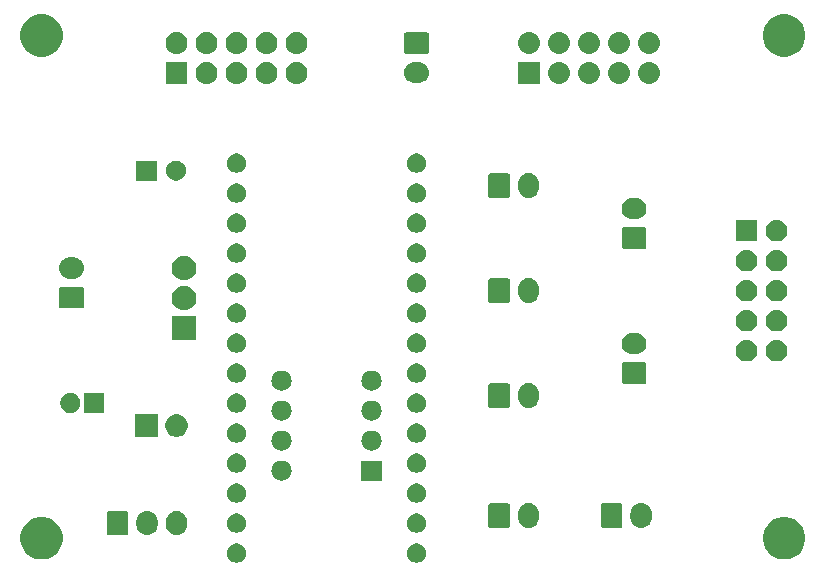
<source format=gbr>
G04 #@! TF.GenerationSoftware,KiCad,Pcbnew,(5.1.2)-2*
G04 #@! TF.CreationDate,2021-07-01T16:30:17+09:00*
G04 #@! TF.ProjectId,stepper_tokutyu,73746570-7065-4725-9f74-6f6b75747975,rev?*
G04 #@! TF.SameCoordinates,Original*
G04 #@! TF.FileFunction,Soldermask,Top*
G04 #@! TF.FilePolarity,Negative*
%FSLAX46Y46*%
G04 Gerber Fmt 4.6, Leading zero omitted, Abs format (unit mm)*
G04 Created by KiCad (PCBNEW (5.1.2)-2) date 2021-07-01 16:30:17*
%MOMM*%
%LPD*%
G04 APERTURE LIST*
%ADD10C,0.100000*%
G04 APERTURE END LIST*
D10*
G36*
X140572142Y-149078242D02*
G01*
X140720101Y-149139529D01*
X140853255Y-149228499D01*
X140966501Y-149341745D01*
X141055471Y-149474899D01*
X141116758Y-149622858D01*
X141148000Y-149779925D01*
X141148000Y-149940075D01*
X141116758Y-150097142D01*
X141055471Y-150245101D01*
X140966501Y-150378255D01*
X140853255Y-150491501D01*
X140720101Y-150580471D01*
X140572142Y-150641758D01*
X140415075Y-150673000D01*
X140254925Y-150673000D01*
X140097858Y-150641758D01*
X139949899Y-150580471D01*
X139816745Y-150491501D01*
X139703499Y-150378255D01*
X139614529Y-150245101D01*
X139553242Y-150097142D01*
X139522000Y-149940075D01*
X139522000Y-149779925D01*
X139553242Y-149622858D01*
X139614529Y-149474899D01*
X139703499Y-149341745D01*
X139816745Y-149228499D01*
X139949899Y-149139529D01*
X140097858Y-149078242D01*
X140254925Y-149047000D01*
X140415075Y-149047000D01*
X140572142Y-149078242D01*
X140572142Y-149078242D01*
G37*
G36*
X125332142Y-149078242D02*
G01*
X125480101Y-149139529D01*
X125613255Y-149228499D01*
X125726501Y-149341745D01*
X125815471Y-149474899D01*
X125876758Y-149622858D01*
X125908000Y-149779925D01*
X125908000Y-149940075D01*
X125876758Y-150097142D01*
X125815471Y-150245101D01*
X125726501Y-150378255D01*
X125613255Y-150491501D01*
X125480101Y-150580471D01*
X125332142Y-150641758D01*
X125175075Y-150673000D01*
X125014925Y-150673000D01*
X124857858Y-150641758D01*
X124709899Y-150580471D01*
X124576745Y-150491501D01*
X124463499Y-150378255D01*
X124374529Y-150245101D01*
X124313242Y-150097142D01*
X124282000Y-149940075D01*
X124282000Y-149779925D01*
X124313242Y-149622858D01*
X124374529Y-149474899D01*
X124463499Y-149341745D01*
X124576745Y-149228499D01*
X124709899Y-149139529D01*
X124857858Y-149078242D01*
X125014925Y-149047000D01*
X125175075Y-149047000D01*
X125332142Y-149078242D01*
X125332142Y-149078242D01*
G37*
G36*
X171975331Y-146858211D02*
G01*
X172303092Y-146993974D01*
X172598070Y-147191072D01*
X172848928Y-147441930D01*
X173046026Y-147736908D01*
X173181789Y-148064669D01*
X173251000Y-148412616D01*
X173251000Y-148767384D01*
X173181789Y-149115331D01*
X173046026Y-149443092D01*
X172848928Y-149738070D01*
X172598070Y-149988928D01*
X172303092Y-150186026D01*
X171975331Y-150321789D01*
X171627384Y-150391000D01*
X171272616Y-150391000D01*
X170924669Y-150321789D01*
X170596908Y-150186026D01*
X170301930Y-149988928D01*
X170051072Y-149738070D01*
X169853974Y-149443092D01*
X169718211Y-149115331D01*
X169649000Y-148767384D01*
X169649000Y-148412616D01*
X169718211Y-148064669D01*
X169853974Y-147736908D01*
X170051072Y-147441930D01*
X170301930Y-147191072D01*
X170596908Y-146993974D01*
X170924669Y-146858211D01*
X171272616Y-146789000D01*
X171627384Y-146789000D01*
X171975331Y-146858211D01*
X171975331Y-146858211D01*
G37*
G36*
X109110331Y-146858211D02*
G01*
X109438092Y-146993974D01*
X109733070Y-147191072D01*
X109983928Y-147441930D01*
X110181026Y-147736908D01*
X110316789Y-148064669D01*
X110386000Y-148412616D01*
X110386000Y-148767384D01*
X110316789Y-149115331D01*
X110181026Y-149443092D01*
X109983928Y-149738070D01*
X109733070Y-149988928D01*
X109438092Y-150186026D01*
X109110331Y-150321789D01*
X108762384Y-150391000D01*
X108407616Y-150391000D01*
X108059669Y-150321789D01*
X107731908Y-150186026D01*
X107436930Y-149988928D01*
X107186072Y-149738070D01*
X106988974Y-149443092D01*
X106853211Y-149115331D01*
X106784000Y-148767384D01*
X106784000Y-148412616D01*
X106853211Y-148064669D01*
X106988974Y-147736908D01*
X107186072Y-147441930D01*
X107436930Y-147191072D01*
X107731908Y-146993974D01*
X108059669Y-146858211D01*
X108407616Y-146789000D01*
X108762384Y-146789000D01*
X109110331Y-146858211D01*
X109110331Y-146858211D01*
G37*
G36*
X117691626Y-146307037D02*
G01*
X117861465Y-146358557D01*
X117861467Y-146358558D01*
X118017989Y-146442221D01*
X118155186Y-146554814D01*
X118238448Y-146656271D01*
X118267778Y-146692009D01*
X118267779Y-146692011D01*
X118326433Y-146801743D01*
X118351443Y-146848534D01*
X118402963Y-147018373D01*
X118416000Y-147150742D01*
X118416000Y-147489257D01*
X118402963Y-147621626D01*
X118351443Y-147791466D01*
X118267778Y-147947991D01*
X118264897Y-147951501D01*
X118155186Y-148085186D01*
X118060250Y-148163097D01*
X118017991Y-148197778D01*
X117861466Y-148281443D01*
X117691627Y-148332963D01*
X117515000Y-148350359D01*
X117338374Y-148332963D01*
X117168535Y-148281443D01*
X117012010Y-148197778D01*
X116874815Y-148085185D01*
X116762222Y-147947991D01*
X116720390Y-147869729D01*
X116678558Y-147791468D01*
X116663054Y-147740359D01*
X116627037Y-147621627D01*
X116614000Y-147489258D01*
X116614000Y-147150743D01*
X116627037Y-147018374D01*
X116678557Y-146848535D01*
X116762222Y-146692010D01*
X116765103Y-146688499D01*
X116874814Y-146554814D01*
X116976271Y-146471552D01*
X117012009Y-146442222D01*
X117168534Y-146358557D01*
X117338373Y-146307037D01*
X117515000Y-146289641D01*
X117691626Y-146307037D01*
X117691626Y-146307037D01*
G37*
G36*
X120191626Y-146307037D02*
G01*
X120361465Y-146358557D01*
X120361467Y-146358558D01*
X120517989Y-146442221D01*
X120655186Y-146554814D01*
X120738448Y-146656271D01*
X120767778Y-146692009D01*
X120767779Y-146692011D01*
X120826433Y-146801743D01*
X120851443Y-146848534D01*
X120902963Y-147018373D01*
X120916000Y-147150742D01*
X120916000Y-147489257D01*
X120902963Y-147621626D01*
X120851443Y-147791466D01*
X120767778Y-147947991D01*
X120764897Y-147951501D01*
X120655186Y-148085186D01*
X120560250Y-148163097D01*
X120517991Y-148197778D01*
X120361466Y-148281443D01*
X120191627Y-148332963D01*
X120015000Y-148350359D01*
X119838374Y-148332963D01*
X119668535Y-148281443D01*
X119512010Y-148197778D01*
X119374815Y-148085185D01*
X119262222Y-147947991D01*
X119220390Y-147869729D01*
X119178558Y-147791468D01*
X119163054Y-147740359D01*
X119127037Y-147621627D01*
X119114000Y-147489258D01*
X119114000Y-147150743D01*
X119127037Y-147018374D01*
X119178557Y-146848535D01*
X119262222Y-146692010D01*
X119265103Y-146688499D01*
X119374814Y-146554814D01*
X119476271Y-146471552D01*
X119512009Y-146442222D01*
X119668534Y-146358557D01*
X119838373Y-146307037D01*
X120015000Y-146289641D01*
X120191626Y-146307037D01*
X120191626Y-146307037D01*
G37*
G36*
X115773600Y-146297989D02*
G01*
X115806652Y-146308015D01*
X115837103Y-146324292D01*
X115863799Y-146346201D01*
X115885708Y-146372897D01*
X115901985Y-146403348D01*
X115912011Y-146436400D01*
X115916000Y-146476903D01*
X115916000Y-148163097D01*
X115912011Y-148203600D01*
X115901985Y-148236652D01*
X115885708Y-148267103D01*
X115863799Y-148293799D01*
X115837103Y-148315708D01*
X115806652Y-148331985D01*
X115773600Y-148342011D01*
X115733097Y-148346000D01*
X114296903Y-148346000D01*
X114256400Y-148342011D01*
X114223348Y-148331985D01*
X114192897Y-148315708D01*
X114166201Y-148293799D01*
X114144292Y-148267103D01*
X114128015Y-148236652D01*
X114117989Y-148203600D01*
X114114000Y-148163097D01*
X114114000Y-146476903D01*
X114117989Y-146436400D01*
X114128015Y-146403348D01*
X114144292Y-146372897D01*
X114166201Y-146346201D01*
X114192897Y-146324292D01*
X114223348Y-146308015D01*
X114256400Y-146297989D01*
X114296903Y-146294000D01*
X115733097Y-146294000D01*
X115773600Y-146297989D01*
X115773600Y-146297989D01*
G37*
G36*
X140572142Y-146538242D02*
G01*
X140720101Y-146599529D01*
X140853255Y-146688499D01*
X140966501Y-146801745D01*
X141055471Y-146934899D01*
X141116758Y-147082858D01*
X141148000Y-147239925D01*
X141148000Y-147400075D01*
X141116758Y-147557142D01*
X141055471Y-147705101D01*
X140966501Y-147838255D01*
X140853255Y-147951501D01*
X140720101Y-148040471D01*
X140572142Y-148101758D01*
X140415075Y-148133000D01*
X140254925Y-148133000D01*
X140097858Y-148101758D01*
X139949899Y-148040471D01*
X139816745Y-147951501D01*
X139703499Y-147838255D01*
X139614529Y-147705101D01*
X139553242Y-147557142D01*
X139522000Y-147400075D01*
X139522000Y-147239925D01*
X139553242Y-147082858D01*
X139614529Y-146934899D01*
X139703499Y-146801745D01*
X139816745Y-146688499D01*
X139949899Y-146599529D01*
X140097858Y-146538242D01*
X140254925Y-146507000D01*
X140415075Y-146507000D01*
X140572142Y-146538242D01*
X140572142Y-146538242D01*
G37*
G36*
X125332142Y-146538242D02*
G01*
X125480101Y-146599529D01*
X125613255Y-146688499D01*
X125726501Y-146801745D01*
X125815471Y-146934899D01*
X125876758Y-147082858D01*
X125908000Y-147239925D01*
X125908000Y-147400075D01*
X125876758Y-147557142D01*
X125815471Y-147705101D01*
X125726501Y-147838255D01*
X125613255Y-147951501D01*
X125480101Y-148040471D01*
X125332142Y-148101758D01*
X125175075Y-148133000D01*
X125014925Y-148133000D01*
X124857858Y-148101758D01*
X124709899Y-148040471D01*
X124576745Y-147951501D01*
X124463499Y-147838255D01*
X124374529Y-147705101D01*
X124313242Y-147557142D01*
X124282000Y-147400075D01*
X124282000Y-147239925D01*
X124313242Y-147082858D01*
X124374529Y-146934899D01*
X124463499Y-146801745D01*
X124576745Y-146688499D01*
X124709899Y-146599529D01*
X124857858Y-146538242D01*
X125014925Y-146507000D01*
X125175075Y-146507000D01*
X125332142Y-146538242D01*
X125332142Y-146538242D01*
G37*
G36*
X149996626Y-145647037D02*
G01*
X150166465Y-145698557D01*
X150166467Y-145698558D01*
X150322989Y-145782221D01*
X150460186Y-145894814D01*
X150543448Y-145996271D01*
X150572778Y-146032009D01*
X150656443Y-146188534D01*
X150707963Y-146358373D01*
X150721000Y-146490742D01*
X150721000Y-146879257D01*
X150707963Y-147011626D01*
X150656443Y-147181466D01*
X150572778Y-147337991D01*
X150543448Y-147373729D01*
X150460186Y-147475186D01*
X150365250Y-147553097D01*
X150322991Y-147587778D01*
X150166466Y-147671443D01*
X149996627Y-147722963D01*
X149820000Y-147740359D01*
X149643374Y-147722963D01*
X149473535Y-147671443D01*
X149317010Y-147587778D01*
X149179815Y-147475185D01*
X149067222Y-147337991D01*
X149014804Y-147239925D01*
X148983558Y-147181468D01*
X148983557Y-147181466D01*
X148932037Y-147011627D01*
X148919000Y-146879258D01*
X148919000Y-146490743D01*
X148932037Y-146358374D01*
X148983557Y-146188535D01*
X149067222Y-146032010D01*
X149067223Y-146032009D01*
X149179814Y-145894814D01*
X149281271Y-145811552D01*
X149317009Y-145782222D01*
X149473534Y-145698557D01*
X149643373Y-145647037D01*
X149820000Y-145629641D01*
X149996626Y-145647037D01*
X149996626Y-145647037D01*
G37*
G36*
X159521626Y-145647037D02*
G01*
X159691465Y-145698557D01*
X159691467Y-145698558D01*
X159847989Y-145782221D01*
X159985186Y-145894814D01*
X160068448Y-145996271D01*
X160097778Y-146032009D01*
X160181443Y-146188534D01*
X160232963Y-146358373D01*
X160246000Y-146490742D01*
X160246000Y-146879257D01*
X160232963Y-147011626D01*
X160181443Y-147181466D01*
X160097778Y-147337991D01*
X160068448Y-147373729D01*
X159985186Y-147475186D01*
X159890250Y-147553097D01*
X159847991Y-147587778D01*
X159691466Y-147671443D01*
X159521627Y-147722963D01*
X159345000Y-147740359D01*
X159168374Y-147722963D01*
X158998535Y-147671443D01*
X158842010Y-147587778D01*
X158704815Y-147475185D01*
X158592222Y-147337991D01*
X158539804Y-147239925D01*
X158508558Y-147181468D01*
X158508557Y-147181466D01*
X158457037Y-147011627D01*
X158444000Y-146879258D01*
X158444000Y-146490743D01*
X158457037Y-146358374D01*
X158508557Y-146188535D01*
X158592222Y-146032010D01*
X158592223Y-146032009D01*
X158704814Y-145894814D01*
X158806271Y-145811552D01*
X158842009Y-145782222D01*
X158998534Y-145698557D01*
X159168373Y-145647037D01*
X159345000Y-145629641D01*
X159521626Y-145647037D01*
X159521626Y-145647037D01*
G37*
G36*
X148078600Y-145637989D02*
G01*
X148111652Y-145648015D01*
X148142103Y-145664292D01*
X148168799Y-145686201D01*
X148190708Y-145712897D01*
X148206985Y-145743348D01*
X148217011Y-145776400D01*
X148221000Y-145816903D01*
X148221000Y-147553097D01*
X148217011Y-147593600D01*
X148206985Y-147626652D01*
X148190708Y-147657103D01*
X148168799Y-147683799D01*
X148142103Y-147705708D01*
X148111652Y-147721985D01*
X148078600Y-147732011D01*
X148038097Y-147736000D01*
X146601903Y-147736000D01*
X146561400Y-147732011D01*
X146528348Y-147721985D01*
X146497897Y-147705708D01*
X146471201Y-147683799D01*
X146449292Y-147657103D01*
X146433015Y-147626652D01*
X146422989Y-147593600D01*
X146419000Y-147553097D01*
X146419000Y-145816903D01*
X146422989Y-145776400D01*
X146433015Y-145743348D01*
X146449292Y-145712897D01*
X146471201Y-145686201D01*
X146497897Y-145664292D01*
X146528348Y-145648015D01*
X146561400Y-145637989D01*
X146601903Y-145634000D01*
X148038097Y-145634000D01*
X148078600Y-145637989D01*
X148078600Y-145637989D01*
G37*
G36*
X157603600Y-145637989D02*
G01*
X157636652Y-145648015D01*
X157667103Y-145664292D01*
X157693799Y-145686201D01*
X157715708Y-145712897D01*
X157731985Y-145743348D01*
X157742011Y-145776400D01*
X157746000Y-145816903D01*
X157746000Y-147553097D01*
X157742011Y-147593600D01*
X157731985Y-147626652D01*
X157715708Y-147657103D01*
X157693799Y-147683799D01*
X157667103Y-147705708D01*
X157636652Y-147721985D01*
X157603600Y-147732011D01*
X157563097Y-147736000D01*
X156126903Y-147736000D01*
X156086400Y-147732011D01*
X156053348Y-147721985D01*
X156022897Y-147705708D01*
X155996201Y-147683799D01*
X155974292Y-147657103D01*
X155958015Y-147626652D01*
X155947989Y-147593600D01*
X155944000Y-147553097D01*
X155944000Y-145816903D01*
X155947989Y-145776400D01*
X155958015Y-145743348D01*
X155974292Y-145712897D01*
X155996201Y-145686201D01*
X156022897Y-145664292D01*
X156053348Y-145648015D01*
X156086400Y-145637989D01*
X156126903Y-145634000D01*
X157563097Y-145634000D01*
X157603600Y-145637989D01*
X157603600Y-145637989D01*
G37*
G36*
X125332142Y-143998242D02*
G01*
X125480101Y-144059529D01*
X125613255Y-144148499D01*
X125726501Y-144261745D01*
X125815471Y-144394899D01*
X125876758Y-144542858D01*
X125908000Y-144699925D01*
X125908000Y-144860075D01*
X125876758Y-145017142D01*
X125815471Y-145165101D01*
X125726501Y-145298255D01*
X125613255Y-145411501D01*
X125480101Y-145500471D01*
X125332142Y-145561758D01*
X125175075Y-145593000D01*
X125014925Y-145593000D01*
X124857858Y-145561758D01*
X124709899Y-145500471D01*
X124576745Y-145411501D01*
X124463499Y-145298255D01*
X124374529Y-145165101D01*
X124313242Y-145017142D01*
X124282000Y-144860075D01*
X124282000Y-144699925D01*
X124313242Y-144542858D01*
X124374529Y-144394899D01*
X124463499Y-144261745D01*
X124576745Y-144148499D01*
X124709899Y-144059529D01*
X124857858Y-143998242D01*
X125014925Y-143967000D01*
X125175075Y-143967000D01*
X125332142Y-143998242D01*
X125332142Y-143998242D01*
G37*
G36*
X140572142Y-143998242D02*
G01*
X140720101Y-144059529D01*
X140853255Y-144148499D01*
X140966501Y-144261745D01*
X141055471Y-144394899D01*
X141116758Y-144542858D01*
X141148000Y-144699925D01*
X141148000Y-144860075D01*
X141116758Y-145017142D01*
X141055471Y-145165101D01*
X140966501Y-145298255D01*
X140853255Y-145411501D01*
X140720101Y-145500471D01*
X140572142Y-145561758D01*
X140415075Y-145593000D01*
X140254925Y-145593000D01*
X140097858Y-145561758D01*
X139949899Y-145500471D01*
X139816745Y-145411501D01*
X139703499Y-145298255D01*
X139614529Y-145165101D01*
X139553242Y-145017142D01*
X139522000Y-144860075D01*
X139522000Y-144699925D01*
X139553242Y-144542858D01*
X139614529Y-144394899D01*
X139703499Y-144261745D01*
X139816745Y-144148499D01*
X139949899Y-144059529D01*
X140097858Y-143998242D01*
X140254925Y-143967000D01*
X140415075Y-143967000D01*
X140572142Y-143998242D01*
X140572142Y-143998242D01*
G37*
G36*
X137376000Y-143726000D02*
G01*
X135674000Y-143726000D01*
X135674000Y-142024000D01*
X137376000Y-142024000D01*
X137376000Y-143726000D01*
X137376000Y-143726000D01*
G37*
G36*
X129071823Y-142036313D02*
G01*
X129232242Y-142084976D01*
X129364906Y-142155886D01*
X129380078Y-142163996D01*
X129509659Y-142270341D01*
X129616004Y-142399922D01*
X129616005Y-142399924D01*
X129695024Y-142547758D01*
X129743687Y-142708177D01*
X129760117Y-142875000D01*
X129743687Y-143041823D01*
X129695024Y-143202242D01*
X129624114Y-143334906D01*
X129616004Y-143350078D01*
X129509659Y-143479659D01*
X129380078Y-143586004D01*
X129380076Y-143586005D01*
X129232242Y-143665024D01*
X129071823Y-143713687D01*
X128946804Y-143726000D01*
X128863196Y-143726000D01*
X128738177Y-143713687D01*
X128577758Y-143665024D01*
X128429924Y-143586005D01*
X128429922Y-143586004D01*
X128300341Y-143479659D01*
X128193996Y-143350078D01*
X128185886Y-143334906D01*
X128114976Y-143202242D01*
X128066313Y-143041823D01*
X128049883Y-142875000D01*
X128066313Y-142708177D01*
X128114976Y-142547758D01*
X128193995Y-142399924D01*
X128193996Y-142399922D01*
X128300341Y-142270341D01*
X128429922Y-142163996D01*
X128445094Y-142155886D01*
X128577758Y-142084976D01*
X128738177Y-142036313D01*
X128863196Y-142024000D01*
X128946804Y-142024000D01*
X129071823Y-142036313D01*
X129071823Y-142036313D01*
G37*
G36*
X125332142Y-141458242D02*
G01*
X125480101Y-141519529D01*
X125613255Y-141608499D01*
X125726501Y-141721745D01*
X125815471Y-141854899D01*
X125876758Y-142002858D01*
X125908000Y-142159925D01*
X125908000Y-142320075D01*
X125876758Y-142477142D01*
X125815471Y-142625101D01*
X125726501Y-142758255D01*
X125613255Y-142871501D01*
X125480101Y-142960471D01*
X125332142Y-143021758D01*
X125175075Y-143053000D01*
X125014925Y-143053000D01*
X124857858Y-143021758D01*
X124709899Y-142960471D01*
X124576745Y-142871501D01*
X124463499Y-142758255D01*
X124374529Y-142625101D01*
X124313242Y-142477142D01*
X124282000Y-142320075D01*
X124282000Y-142159925D01*
X124313242Y-142002858D01*
X124374529Y-141854899D01*
X124463499Y-141721745D01*
X124576745Y-141608499D01*
X124709899Y-141519529D01*
X124857858Y-141458242D01*
X125014925Y-141427000D01*
X125175075Y-141427000D01*
X125332142Y-141458242D01*
X125332142Y-141458242D01*
G37*
G36*
X140572142Y-141458242D02*
G01*
X140720101Y-141519529D01*
X140853255Y-141608499D01*
X140966501Y-141721745D01*
X141055471Y-141854899D01*
X141116758Y-142002858D01*
X141148000Y-142159925D01*
X141148000Y-142320075D01*
X141116758Y-142477142D01*
X141055471Y-142625101D01*
X140966501Y-142758255D01*
X140853255Y-142871501D01*
X140720101Y-142960471D01*
X140572142Y-143021758D01*
X140415075Y-143053000D01*
X140254925Y-143053000D01*
X140097858Y-143021758D01*
X139949899Y-142960471D01*
X139816745Y-142871501D01*
X139703499Y-142758255D01*
X139614529Y-142625101D01*
X139553242Y-142477142D01*
X139522000Y-142320075D01*
X139522000Y-142159925D01*
X139553242Y-142002858D01*
X139614529Y-141854899D01*
X139703499Y-141721745D01*
X139816745Y-141608499D01*
X139949899Y-141519529D01*
X140097858Y-141458242D01*
X140254925Y-141427000D01*
X140415075Y-141427000D01*
X140572142Y-141458242D01*
X140572142Y-141458242D01*
G37*
G36*
X136691823Y-139496313D02*
G01*
X136852242Y-139544976D01*
X136984906Y-139615886D01*
X137000078Y-139623996D01*
X137129659Y-139730341D01*
X137236004Y-139859922D01*
X137236005Y-139859924D01*
X137315024Y-140007758D01*
X137363687Y-140168177D01*
X137380117Y-140335000D01*
X137363687Y-140501823D01*
X137315024Y-140662242D01*
X137244114Y-140794906D01*
X137236004Y-140810078D01*
X137129659Y-140939659D01*
X137000078Y-141046004D01*
X137000076Y-141046005D01*
X136852242Y-141125024D01*
X136691823Y-141173687D01*
X136566804Y-141186000D01*
X136483196Y-141186000D01*
X136358177Y-141173687D01*
X136197758Y-141125024D01*
X136049924Y-141046005D01*
X136049922Y-141046004D01*
X135920341Y-140939659D01*
X135813996Y-140810078D01*
X135805886Y-140794906D01*
X135734976Y-140662242D01*
X135686313Y-140501823D01*
X135669883Y-140335000D01*
X135686313Y-140168177D01*
X135734976Y-140007758D01*
X135813995Y-139859924D01*
X135813996Y-139859922D01*
X135920341Y-139730341D01*
X136049922Y-139623996D01*
X136065094Y-139615886D01*
X136197758Y-139544976D01*
X136358177Y-139496313D01*
X136483196Y-139484000D01*
X136566804Y-139484000D01*
X136691823Y-139496313D01*
X136691823Y-139496313D01*
G37*
G36*
X129071823Y-139496313D02*
G01*
X129232242Y-139544976D01*
X129364906Y-139615886D01*
X129380078Y-139623996D01*
X129509659Y-139730341D01*
X129616004Y-139859922D01*
X129616005Y-139859924D01*
X129695024Y-140007758D01*
X129743687Y-140168177D01*
X129760117Y-140335000D01*
X129743687Y-140501823D01*
X129695024Y-140662242D01*
X129624114Y-140794906D01*
X129616004Y-140810078D01*
X129509659Y-140939659D01*
X129380078Y-141046004D01*
X129380076Y-141046005D01*
X129232242Y-141125024D01*
X129071823Y-141173687D01*
X128946804Y-141186000D01*
X128863196Y-141186000D01*
X128738177Y-141173687D01*
X128577758Y-141125024D01*
X128429924Y-141046005D01*
X128429922Y-141046004D01*
X128300341Y-140939659D01*
X128193996Y-140810078D01*
X128185886Y-140794906D01*
X128114976Y-140662242D01*
X128066313Y-140501823D01*
X128049883Y-140335000D01*
X128066313Y-140168177D01*
X128114976Y-140007758D01*
X128193995Y-139859924D01*
X128193996Y-139859922D01*
X128300341Y-139730341D01*
X128429922Y-139623996D01*
X128445094Y-139615886D01*
X128577758Y-139544976D01*
X128738177Y-139496313D01*
X128863196Y-139484000D01*
X128946804Y-139484000D01*
X129071823Y-139496313D01*
X129071823Y-139496313D01*
G37*
G36*
X140572142Y-138918242D02*
G01*
X140720101Y-138979529D01*
X140853255Y-139068499D01*
X140966501Y-139181745D01*
X141055471Y-139314899D01*
X141116758Y-139462858D01*
X141148000Y-139619925D01*
X141148000Y-139780075D01*
X141116758Y-139937142D01*
X141055471Y-140085101D01*
X140966501Y-140218255D01*
X140853255Y-140331501D01*
X140720101Y-140420471D01*
X140572142Y-140481758D01*
X140415075Y-140513000D01*
X140254925Y-140513000D01*
X140097858Y-140481758D01*
X139949899Y-140420471D01*
X139816745Y-140331501D01*
X139703499Y-140218255D01*
X139614529Y-140085101D01*
X139553242Y-139937142D01*
X139522000Y-139780075D01*
X139522000Y-139619925D01*
X139553242Y-139462858D01*
X139614529Y-139314899D01*
X139703499Y-139181745D01*
X139816745Y-139068499D01*
X139949899Y-138979529D01*
X140097858Y-138918242D01*
X140254925Y-138887000D01*
X140415075Y-138887000D01*
X140572142Y-138918242D01*
X140572142Y-138918242D01*
G37*
G36*
X125332142Y-138918242D02*
G01*
X125480101Y-138979529D01*
X125613255Y-139068499D01*
X125726501Y-139181745D01*
X125815471Y-139314899D01*
X125876758Y-139462858D01*
X125908000Y-139619925D01*
X125908000Y-139780075D01*
X125876758Y-139937142D01*
X125815471Y-140085101D01*
X125726501Y-140218255D01*
X125613255Y-140331501D01*
X125480101Y-140420471D01*
X125332142Y-140481758D01*
X125175075Y-140513000D01*
X125014925Y-140513000D01*
X124857858Y-140481758D01*
X124709899Y-140420471D01*
X124576745Y-140331501D01*
X124463499Y-140218255D01*
X124374529Y-140085101D01*
X124313242Y-139937142D01*
X124282000Y-139780075D01*
X124282000Y-139619925D01*
X124313242Y-139462858D01*
X124374529Y-139314899D01*
X124463499Y-139181745D01*
X124576745Y-139068499D01*
X124709899Y-138979529D01*
X124857858Y-138918242D01*
X125014925Y-138887000D01*
X125175075Y-138887000D01*
X125332142Y-138918242D01*
X125332142Y-138918242D01*
G37*
G36*
X118426000Y-140016000D02*
G01*
X116524000Y-140016000D01*
X116524000Y-138114000D01*
X118426000Y-138114000D01*
X118426000Y-140016000D01*
X118426000Y-140016000D01*
G37*
G36*
X120292395Y-138150546D02*
G01*
X120465466Y-138222234D01*
X120537069Y-138270078D01*
X120621227Y-138326310D01*
X120753690Y-138458773D01*
X120785249Y-138506005D01*
X120857766Y-138614534D01*
X120929454Y-138787605D01*
X120966000Y-138971333D01*
X120966000Y-139158667D01*
X120929454Y-139342395D01*
X120857766Y-139515466D01*
X120838048Y-139544976D01*
X120753690Y-139671227D01*
X120621227Y-139803690D01*
X120542818Y-139856081D01*
X120465466Y-139907766D01*
X120292395Y-139979454D01*
X120108667Y-140016000D01*
X119921333Y-140016000D01*
X119737605Y-139979454D01*
X119564534Y-139907766D01*
X119487182Y-139856081D01*
X119408773Y-139803690D01*
X119276310Y-139671227D01*
X119191952Y-139544976D01*
X119172234Y-139515466D01*
X119100546Y-139342395D01*
X119064000Y-139158667D01*
X119064000Y-138971333D01*
X119100546Y-138787605D01*
X119172234Y-138614534D01*
X119244751Y-138506005D01*
X119276310Y-138458773D01*
X119408773Y-138326310D01*
X119492931Y-138270078D01*
X119564534Y-138222234D01*
X119737605Y-138150546D01*
X119921333Y-138114000D01*
X120108667Y-138114000D01*
X120292395Y-138150546D01*
X120292395Y-138150546D01*
G37*
G36*
X129071823Y-136956313D02*
G01*
X129232242Y-137004976D01*
X129364906Y-137075886D01*
X129380078Y-137083996D01*
X129509659Y-137190341D01*
X129616004Y-137319922D01*
X129616005Y-137319924D01*
X129695024Y-137467758D01*
X129743687Y-137628177D01*
X129760117Y-137795000D01*
X129743687Y-137961823D01*
X129695024Y-138122242D01*
X129624114Y-138254906D01*
X129616004Y-138270078D01*
X129509659Y-138399659D01*
X129380078Y-138506004D01*
X129380076Y-138506005D01*
X129232242Y-138585024D01*
X129071823Y-138633687D01*
X128946804Y-138646000D01*
X128863196Y-138646000D01*
X128738177Y-138633687D01*
X128577758Y-138585024D01*
X128429924Y-138506005D01*
X128429922Y-138506004D01*
X128300341Y-138399659D01*
X128193996Y-138270078D01*
X128185886Y-138254906D01*
X128114976Y-138122242D01*
X128066313Y-137961823D01*
X128049883Y-137795000D01*
X128066313Y-137628177D01*
X128114976Y-137467758D01*
X128193995Y-137319924D01*
X128193996Y-137319922D01*
X128300341Y-137190341D01*
X128429922Y-137083996D01*
X128445094Y-137075886D01*
X128577758Y-137004976D01*
X128738177Y-136956313D01*
X128863196Y-136944000D01*
X128946804Y-136944000D01*
X129071823Y-136956313D01*
X129071823Y-136956313D01*
G37*
G36*
X136691823Y-136956313D02*
G01*
X136852242Y-137004976D01*
X136984906Y-137075886D01*
X137000078Y-137083996D01*
X137129659Y-137190341D01*
X137236004Y-137319922D01*
X137236005Y-137319924D01*
X137315024Y-137467758D01*
X137363687Y-137628177D01*
X137380117Y-137795000D01*
X137363687Y-137961823D01*
X137315024Y-138122242D01*
X137244114Y-138254906D01*
X137236004Y-138270078D01*
X137129659Y-138399659D01*
X137000078Y-138506004D01*
X137000076Y-138506005D01*
X136852242Y-138585024D01*
X136691823Y-138633687D01*
X136566804Y-138646000D01*
X136483196Y-138646000D01*
X136358177Y-138633687D01*
X136197758Y-138585024D01*
X136049924Y-138506005D01*
X136049922Y-138506004D01*
X135920341Y-138399659D01*
X135813996Y-138270078D01*
X135805886Y-138254906D01*
X135734976Y-138122242D01*
X135686313Y-137961823D01*
X135669883Y-137795000D01*
X135686313Y-137628177D01*
X135734976Y-137467758D01*
X135813995Y-137319924D01*
X135813996Y-137319922D01*
X135920341Y-137190341D01*
X136049922Y-137083996D01*
X136065094Y-137075886D01*
X136197758Y-137004976D01*
X136358177Y-136956313D01*
X136483196Y-136944000D01*
X136566804Y-136944000D01*
X136691823Y-136956313D01*
X136691823Y-136956313D01*
G37*
G36*
X113881000Y-138011000D02*
G01*
X112179000Y-138011000D01*
X112179000Y-136309000D01*
X113881000Y-136309000D01*
X113881000Y-138011000D01*
X113881000Y-138011000D01*
G37*
G36*
X111278228Y-136341703D02*
G01*
X111433100Y-136405853D01*
X111572481Y-136498985D01*
X111691015Y-136617519D01*
X111784147Y-136756900D01*
X111848297Y-136911772D01*
X111881000Y-137076184D01*
X111881000Y-137243816D01*
X111848297Y-137408228D01*
X111784147Y-137563100D01*
X111691015Y-137702481D01*
X111572481Y-137821015D01*
X111433100Y-137914147D01*
X111278228Y-137978297D01*
X111113816Y-138011000D01*
X110946184Y-138011000D01*
X110781772Y-137978297D01*
X110626900Y-137914147D01*
X110487519Y-137821015D01*
X110368985Y-137702481D01*
X110275853Y-137563100D01*
X110211703Y-137408228D01*
X110179000Y-137243816D01*
X110179000Y-137076184D01*
X110211703Y-136911772D01*
X110275853Y-136756900D01*
X110368985Y-136617519D01*
X110487519Y-136498985D01*
X110626900Y-136405853D01*
X110781772Y-136341703D01*
X110946184Y-136309000D01*
X111113816Y-136309000D01*
X111278228Y-136341703D01*
X111278228Y-136341703D01*
G37*
G36*
X140572142Y-136378242D02*
G01*
X140720101Y-136439529D01*
X140853255Y-136528499D01*
X140966501Y-136641745D01*
X141055471Y-136774899D01*
X141116758Y-136922858D01*
X141148000Y-137079925D01*
X141148000Y-137240075D01*
X141116758Y-137397142D01*
X141055471Y-137545101D01*
X140966501Y-137678255D01*
X140853255Y-137791501D01*
X140720101Y-137880471D01*
X140572142Y-137941758D01*
X140415075Y-137973000D01*
X140254925Y-137973000D01*
X140097858Y-137941758D01*
X139949899Y-137880471D01*
X139816745Y-137791501D01*
X139703499Y-137678255D01*
X139614529Y-137545101D01*
X139553242Y-137397142D01*
X139522000Y-137240075D01*
X139522000Y-137079925D01*
X139553242Y-136922858D01*
X139614529Y-136774899D01*
X139703499Y-136641745D01*
X139816745Y-136528499D01*
X139949899Y-136439529D01*
X140097858Y-136378242D01*
X140254925Y-136347000D01*
X140415075Y-136347000D01*
X140572142Y-136378242D01*
X140572142Y-136378242D01*
G37*
G36*
X125332142Y-136378242D02*
G01*
X125480101Y-136439529D01*
X125613255Y-136528499D01*
X125726501Y-136641745D01*
X125815471Y-136774899D01*
X125876758Y-136922858D01*
X125908000Y-137079925D01*
X125908000Y-137240075D01*
X125876758Y-137397142D01*
X125815471Y-137545101D01*
X125726501Y-137678255D01*
X125613255Y-137791501D01*
X125480101Y-137880471D01*
X125332142Y-137941758D01*
X125175075Y-137973000D01*
X125014925Y-137973000D01*
X124857858Y-137941758D01*
X124709899Y-137880471D01*
X124576745Y-137791501D01*
X124463499Y-137678255D01*
X124374529Y-137545101D01*
X124313242Y-137397142D01*
X124282000Y-137240075D01*
X124282000Y-137079925D01*
X124313242Y-136922858D01*
X124374529Y-136774899D01*
X124463499Y-136641745D01*
X124576745Y-136528499D01*
X124709899Y-136439529D01*
X124857858Y-136378242D01*
X125014925Y-136347000D01*
X125175075Y-136347000D01*
X125332142Y-136378242D01*
X125332142Y-136378242D01*
G37*
G36*
X149996626Y-135487037D02*
G01*
X150166465Y-135538557D01*
X150166467Y-135538558D01*
X150322989Y-135622221D01*
X150460186Y-135734814D01*
X150543448Y-135836271D01*
X150572778Y-135872009D01*
X150656443Y-136028534D01*
X150707963Y-136198373D01*
X150721000Y-136330742D01*
X150721000Y-136719257D01*
X150707963Y-136851626D01*
X150656443Y-137021466D01*
X150572778Y-137177991D01*
X150543448Y-137213729D01*
X150460186Y-137315186D01*
X150365250Y-137393097D01*
X150322991Y-137427778D01*
X150166466Y-137511443D01*
X149996627Y-137562963D01*
X149820000Y-137580359D01*
X149643374Y-137562963D01*
X149473535Y-137511443D01*
X149317010Y-137427778D01*
X149179815Y-137315185D01*
X149067222Y-137177991D01*
X148983557Y-137021466D01*
X148932037Y-136851627D01*
X148919000Y-136719258D01*
X148919000Y-136330743D01*
X148932037Y-136198374D01*
X148983557Y-136028535D01*
X149067222Y-135872010D01*
X149077358Y-135859659D01*
X149179814Y-135734814D01*
X149281271Y-135651552D01*
X149317009Y-135622222D01*
X149473534Y-135538557D01*
X149643373Y-135487037D01*
X149820000Y-135469641D01*
X149996626Y-135487037D01*
X149996626Y-135487037D01*
G37*
G36*
X148078600Y-135477989D02*
G01*
X148111652Y-135488015D01*
X148142103Y-135504292D01*
X148168799Y-135526201D01*
X148190708Y-135552897D01*
X148206985Y-135583348D01*
X148217011Y-135616400D01*
X148221000Y-135656903D01*
X148221000Y-137393097D01*
X148217011Y-137433600D01*
X148206985Y-137466652D01*
X148190708Y-137497103D01*
X148168799Y-137523799D01*
X148142103Y-137545708D01*
X148111652Y-137561985D01*
X148078600Y-137572011D01*
X148038097Y-137576000D01*
X146601903Y-137576000D01*
X146561400Y-137572011D01*
X146528348Y-137561985D01*
X146497897Y-137545708D01*
X146471201Y-137523799D01*
X146449292Y-137497103D01*
X146433015Y-137466652D01*
X146422989Y-137433600D01*
X146419000Y-137393097D01*
X146419000Y-135656903D01*
X146422989Y-135616400D01*
X146433015Y-135583348D01*
X146449292Y-135552897D01*
X146471201Y-135526201D01*
X146497897Y-135504292D01*
X146528348Y-135488015D01*
X146561400Y-135477989D01*
X146601903Y-135474000D01*
X148038097Y-135474000D01*
X148078600Y-135477989D01*
X148078600Y-135477989D01*
G37*
G36*
X129071823Y-134416313D02*
G01*
X129232242Y-134464976D01*
X129364906Y-134535886D01*
X129380078Y-134543996D01*
X129509659Y-134650341D01*
X129616004Y-134779922D01*
X129616005Y-134779924D01*
X129695024Y-134927758D01*
X129743687Y-135088177D01*
X129760117Y-135255000D01*
X129743687Y-135421823D01*
X129695024Y-135582242D01*
X129673654Y-135622222D01*
X129616004Y-135730078D01*
X129509659Y-135859659D01*
X129380078Y-135966004D01*
X129380076Y-135966005D01*
X129232242Y-136045024D01*
X129071823Y-136093687D01*
X128946804Y-136106000D01*
X128863196Y-136106000D01*
X128738177Y-136093687D01*
X128577758Y-136045024D01*
X128429924Y-135966005D01*
X128429922Y-135966004D01*
X128300341Y-135859659D01*
X128193996Y-135730078D01*
X128136346Y-135622222D01*
X128114976Y-135582242D01*
X128066313Y-135421823D01*
X128049883Y-135255000D01*
X128066313Y-135088177D01*
X128114976Y-134927758D01*
X128193995Y-134779924D01*
X128193996Y-134779922D01*
X128300341Y-134650341D01*
X128429922Y-134543996D01*
X128445094Y-134535886D01*
X128577758Y-134464976D01*
X128738177Y-134416313D01*
X128863196Y-134404000D01*
X128946804Y-134404000D01*
X129071823Y-134416313D01*
X129071823Y-134416313D01*
G37*
G36*
X136691823Y-134416313D02*
G01*
X136852242Y-134464976D01*
X136984906Y-134535886D01*
X137000078Y-134543996D01*
X137129659Y-134650341D01*
X137236004Y-134779922D01*
X137236005Y-134779924D01*
X137315024Y-134927758D01*
X137363687Y-135088177D01*
X137380117Y-135255000D01*
X137363687Y-135421823D01*
X137315024Y-135582242D01*
X137293654Y-135622222D01*
X137236004Y-135730078D01*
X137129659Y-135859659D01*
X137000078Y-135966004D01*
X137000076Y-135966005D01*
X136852242Y-136045024D01*
X136691823Y-136093687D01*
X136566804Y-136106000D01*
X136483196Y-136106000D01*
X136358177Y-136093687D01*
X136197758Y-136045024D01*
X136049924Y-135966005D01*
X136049922Y-135966004D01*
X135920341Y-135859659D01*
X135813996Y-135730078D01*
X135756346Y-135622222D01*
X135734976Y-135582242D01*
X135686313Y-135421823D01*
X135669883Y-135255000D01*
X135686313Y-135088177D01*
X135734976Y-134927758D01*
X135813995Y-134779924D01*
X135813996Y-134779922D01*
X135920341Y-134650341D01*
X136049922Y-134543996D01*
X136065094Y-134535886D01*
X136197758Y-134464976D01*
X136358177Y-134416313D01*
X136483196Y-134404000D01*
X136566804Y-134404000D01*
X136691823Y-134416313D01*
X136691823Y-134416313D01*
G37*
G36*
X159658600Y-133722989D02*
G01*
X159691652Y-133733015D01*
X159722103Y-133749292D01*
X159748799Y-133771201D01*
X159770708Y-133797897D01*
X159786985Y-133828348D01*
X159797011Y-133861400D01*
X159801000Y-133901903D01*
X159801000Y-135338097D01*
X159797011Y-135378600D01*
X159786985Y-135411652D01*
X159770708Y-135442103D01*
X159748799Y-135468799D01*
X159722103Y-135490708D01*
X159691652Y-135506985D01*
X159658600Y-135517011D01*
X159618097Y-135521000D01*
X157881903Y-135521000D01*
X157841400Y-135517011D01*
X157808348Y-135506985D01*
X157777897Y-135490708D01*
X157751201Y-135468799D01*
X157729292Y-135442103D01*
X157713015Y-135411652D01*
X157702989Y-135378600D01*
X157699000Y-135338097D01*
X157699000Y-133901903D01*
X157702989Y-133861400D01*
X157713015Y-133828348D01*
X157729292Y-133797897D01*
X157751201Y-133771201D01*
X157777897Y-133749292D01*
X157808348Y-133733015D01*
X157841400Y-133722989D01*
X157881903Y-133719000D01*
X159618097Y-133719000D01*
X159658600Y-133722989D01*
X159658600Y-133722989D01*
G37*
G36*
X140572142Y-133838242D02*
G01*
X140720101Y-133899529D01*
X140853255Y-133988499D01*
X140966501Y-134101745D01*
X141055471Y-134234899D01*
X141116758Y-134382858D01*
X141148000Y-134539925D01*
X141148000Y-134700075D01*
X141116758Y-134857142D01*
X141055471Y-135005101D01*
X140966501Y-135138255D01*
X140853255Y-135251501D01*
X140720101Y-135340471D01*
X140572142Y-135401758D01*
X140415075Y-135433000D01*
X140254925Y-135433000D01*
X140097858Y-135401758D01*
X139949899Y-135340471D01*
X139816745Y-135251501D01*
X139703499Y-135138255D01*
X139614529Y-135005101D01*
X139553242Y-134857142D01*
X139522000Y-134700075D01*
X139522000Y-134539925D01*
X139553242Y-134382858D01*
X139614529Y-134234899D01*
X139703499Y-134101745D01*
X139816745Y-133988499D01*
X139949899Y-133899529D01*
X140097858Y-133838242D01*
X140254925Y-133807000D01*
X140415075Y-133807000D01*
X140572142Y-133838242D01*
X140572142Y-133838242D01*
G37*
G36*
X125332142Y-133838242D02*
G01*
X125480101Y-133899529D01*
X125613255Y-133988499D01*
X125726501Y-134101745D01*
X125815471Y-134234899D01*
X125876758Y-134382858D01*
X125908000Y-134539925D01*
X125908000Y-134700075D01*
X125876758Y-134857142D01*
X125815471Y-135005101D01*
X125726501Y-135138255D01*
X125613255Y-135251501D01*
X125480101Y-135340471D01*
X125332142Y-135401758D01*
X125175075Y-135433000D01*
X125014925Y-135433000D01*
X124857858Y-135401758D01*
X124709899Y-135340471D01*
X124576745Y-135251501D01*
X124463499Y-135138255D01*
X124374529Y-135005101D01*
X124313242Y-134857142D01*
X124282000Y-134700075D01*
X124282000Y-134539925D01*
X124313242Y-134382858D01*
X124374529Y-134234899D01*
X124463499Y-134101745D01*
X124576745Y-133988499D01*
X124709899Y-133899529D01*
X124857858Y-133838242D01*
X125014925Y-133807000D01*
X125175075Y-133807000D01*
X125332142Y-133838242D01*
X125332142Y-133838242D01*
G37*
G36*
X170994294Y-131813633D02*
G01*
X171166695Y-131865931D01*
X171325583Y-131950858D01*
X171464849Y-132065151D01*
X171579142Y-132204417D01*
X171664069Y-132363305D01*
X171716367Y-132535706D01*
X171734025Y-132715000D01*
X171716367Y-132894294D01*
X171664069Y-133066695D01*
X171579142Y-133225583D01*
X171464849Y-133364849D01*
X171325583Y-133479142D01*
X171166695Y-133564069D01*
X170994294Y-133616367D01*
X170859931Y-133629600D01*
X170770069Y-133629600D01*
X170635706Y-133616367D01*
X170463305Y-133564069D01*
X170304417Y-133479142D01*
X170165151Y-133364849D01*
X170050858Y-133225583D01*
X169965931Y-133066695D01*
X169913633Y-132894294D01*
X169895975Y-132715000D01*
X169913633Y-132535706D01*
X169965931Y-132363305D01*
X170050858Y-132204417D01*
X170165151Y-132065151D01*
X170304417Y-131950858D01*
X170463305Y-131865931D01*
X170635706Y-131813633D01*
X170770069Y-131800400D01*
X170859931Y-131800400D01*
X170994294Y-131813633D01*
X170994294Y-131813633D01*
G37*
G36*
X168454294Y-131813633D02*
G01*
X168626695Y-131865931D01*
X168785583Y-131950858D01*
X168924849Y-132065151D01*
X169039142Y-132204417D01*
X169124069Y-132363305D01*
X169176367Y-132535706D01*
X169194025Y-132715000D01*
X169176367Y-132894294D01*
X169124069Y-133066695D01*
X169039142Y-133225583D01*
X168924849Y-133364849D01*
X168785583Y-133479142D01*
X168626695Y-133564069D01*
X168454294Y-133616367D01*
X168319931Y-133629600D01*
X168230069Y-133629600D01*
X168095706Y-133616367D01*
X167923305Y-133564069D01*
X167764417Y-133479142D01*
X167625151Y-133364849D01*
X167510858Y-133225583D01*
X167425931Y-133066695D01*
X167373633Y-132894294D01*
X167355975Y-132715000D01*
X167373633Y-132535706D01*
X167425931Y-132363305D01*
X167510858Y-132204417D01*
X167625151Y-132065151D01*
X167764417Y-131950858D01*
X167923305Y-131865931D01*
X168095706Y-131813633D01*
X168230069Y-131800400D01*
X168319931Y-131800400D01*
X168454294Y-131813633D01*
X168454294Y-131813633D01*
G37*
G36*
X159010443Y-131225519D02*
G01*
X159076627Y-131232037D01*
X159246466Y-131283557D01*
X159246468Y-131283558D01*
X159273941Y-131298243D01*
X159402991Y-131367222D01*
X159438729Y-131396552D01*
X159540186Y-131479814D01*
X159607422Y-131561743D01*
X159652778Y-131617009D01*
X159736443Y-131773534D01*
X159787963Y-131943373D01*
X159805359Y-132120000D01*
X159787963Y-132296627D01*
X159736443Y-132466466D01*
X159652778Y-132622991D01*
X159623448Y-132658729D01*
X159540186Y-132760186D01*
X159438729Y-132843448D01*
X159402991Y-132872778D01*
X159246466Y-132956443D01*
X159076627Y-133007963D01*
X159010443Y-133014481D01*
X158944260Y-133021000D01*
X158555740Y-133021000D01*
X158489557Y-133014481D01*
X158423373Y-133007963D01*
X158253534Y-132956443D01*
X158097009Y-132872778D01*
X158061271Y-132843448D01*
X157959814Y-132760186D01*
X157876552Y-132658729D01*
X157847222Y-132622991D01*
X157763557Y-132466466D01*
X157712037Y-132296627D01*
X157694641Y-132120000D01*
X157712037Y-131943373D01*
X157763557Y-131773534D01*
X157847222Y-131617009D01*
X157892578Y-131561743D01*
X157959814Y-131479814D01*
X158061271Y-131396552D01*
X158097009Y-131367222D01*
X158226059Y-131298243D01*
X158253532Y-131283558D01*
X158253534Y-131283557D01*
X158423373Y-131232037D01*
X158489557Y-131225519D01*
X158555740Y-131219000D01*
X158944260Y-131219000D01*
X159010443Y-131225519D01*
X159010443Y-131225519D01*
G37*
G36*
X140572142Y-131298242D02*
G01*
X140720101Y-131359529D01*
X140853255Y-131448499D01*
X140966501Y-131561745D01*
X141055471Y-131694899D01*
X141116758Y-131842858D01*
X141148000Y-131999925D01*
X141148000Y-132160075D01*
X141116758Y-132317142D01*
X141055471Y-132465101D01*
X140966501Y-132598255D01*
X140853255Y-132711501D01*
X140720101Y-132800471D01*
X140572142Y-132861758D01*
X140415075Y-132893000D01*
X140254925Y-132893000D01*
X140097858Y-132861758D01*
X139949899Y-132800471D01*
X139816745Y-132711501D01*
X139703499Y-132598255D01*
X139614529Y-132465101D01*
X139553242Y-132317142D01*
X139522000Y-132160075D01*
X139522000Y-131999925D01*
X139553242Y-131842858D01*
X139614529Y-131694899D01*
X139703499Y-131561745D01*
X139816745Y-131448499D01*
X139949899Y-131359529D01*
X140097858Y-131298242D01*
X140254925Y-131267000D01*
X140415075Y-131267000D01*
X140572142Y-131298242D01*
X140572142Y-131298242D01*
G37*
G36*
X125332142Y-131298242D02*
G01*
X125480101Y-131359529D01*
X125613255Y-131448499D01*
X125726501Y-131561745D01*
X125815471Y-131694899D01*
X125876758Y-131842858D01*
X125908000Y-131999925D01*
X125908000Y-132160075D01*
X125876758Y-132317142D01*
X125815471Y-132465101D01*
X125726501Y-132598255D01*
X125613255Y-132711501D01*
X125480101Y-132800471D01*
X125332142Y-132861758D01*
X125175075Y-132893000D01*
X125014925Y-132893000D01*
X124857858Y-132861758D01*
X124709899Y-132800471D01*
X124576745Y-132711501D01*
X124463499Y-132598255D01*
X124374529Y-132465101D01*
X124313242Y-132317142D01*
X124282000Y-132160075D01*
X124282000Y-131999925D01*
X124313242Y-131842858D01*
X124374529Y-131694899D01*
X124463499Y-131561745D01*
X124576745Y-131448499D01*
X124709899Y-131359529D01*
X124857858Y-131298242D01*
X125014925Y-131267000D01*
X125175075Y-131267000D01*
X125332142Y-131298242D01*
X125332142Y-131298242D01*
G37*
G36*
X121701000Y-131813500D02*
G01*
X119599000Y-131813500D01*
X119599000Y-129806500D01*
X121701000Y-129806500D01*
X121701000Y-131813500D01*
X121701000Y-131813500D01*
G37*
G36*
X170994294Y-129273633D02*
G01*
X171166695Y-129325931D01*
X171325583Y-129410858D01*
X171464849Y-129525151D01*
X171579142Y-129664417D01*
X171664069Y-129823305D01*
X171716367Y-129995706D01*
X171734025Y-130175000D01*
X171716367Y-130354294D01*
X171664069Y-130526695D01*
X171579142Y-130685583D01*
X171464849Y-130824849D01*
X171325583Y-130939142D01*
X171166695Y-131024069D01*
X170994294Y-131076367D01*
X170859931Y-131089600D01*
X170770069Y-131089600D01*
X170635706Y-131076367D01*
X170463305Y-131024069D01*
X170304417Y-130939142D01*
X170165151Y-130824849D01*
X170050858Y-130685583D01*
X169965931Y-130526695D01*
X169913633Y-130354294D01*
X169895975Y-130175000D01*
X169913633Y-129995706D01*
X169965931Y-129823305D01*
X170050858Y-129664417D01*
X170165151Y-129525151D01*
X170304417Y-129410858D01*
X170463305Y-129325931D01*
X170635706Y-129273633D01*
X170770069Y-129260400D01*
X170859931Y-129260400D01*
X170994294Y-129273633D01*
X170994294Y-129273633D01*
G37*
G36*
X168454294Y-129273633D02*
G01*
X168626695Y-129325931D01*
X168785583Y-129410858D01*
X168924849Y-129525151D01*
X169039142Y-129664417D01*
X169124069Y-129823305D01*
X169176367Y-129995706D01*
X169194025Y-130175000D01*
X169176367Y-130354294D01*
X169124069Y-130526695D01*
X169039142Y-130685583D01*
X168924849Y-130824849D01*
X168785583Y-130939142D01*
X168626695Y-131024069D01*
X168454294Y-131076367D01*
X168319931Y-131089600D01*
X168230069Y-131089600D01*
X168095706Y-131076367D01*
X167923305Y-131024069D01*
X167764417Y-130939142D01*
X167625151Y-130824849D01*
X167510858Y-130685583D01*
X167425931Y-130526695D01*
X167373633Y-130354294D01*
X167355975Y-130175000D01*
X167373633Y-129995706D01*
X167425931Y-129823305D01*
X167510858Y-129664417D01*
X167625151Y-129525151D01*
X167764417Y-129410858D01*
X167923305Y-129325931D01*
X168095706Y-129273633D01*
X168230069Y-129260400D01*
X168319931Y-129260400D01*
X168454294Y-129273633D01*
X168454294Y-129273633D01*
G37*
G36*
X140572142Y-128758242D02*
G01*
X140720101Y-128819529D01*
X140853255Y-128908499D01*
X140966501Y-129021745D01*
X141055471Y-129154899D01*
X141116758Y-129302858D01*
X141148000Y-129459925D01*
X141148000Y-129620075D01*
X141116758Y-129777142D01*
X141055471Y-129925101D01*
X140966501Y-130058255D01*
X140853255Y-130171501D01*
X140720101Y-130260471D01*
X140572142Y-130321758D01*
X140415075Y-130353000D01*
X140254925Y-130353000D01*
X140097858Y-130321758D01*
X139949899Y-130260471D01*
X139816745Y-130171501D01*
X139703499Y-130058255D01*
X139614529Y-129925101D01*
X139553242Y-129777142D01*
X139522000Y-129620075D01*
X139522000Y-129459925D01*
X139553242Y-129302858D01*
X139614529Y-129154899D01*
X139703499Y-129021745D01*
X139816745Y-128908499D01*
X139949899Y-128819529D01*
X140097858Y-128758242D01*
X140254925Y-128727000D01*
X140415075Y-128727000D01*
X140572142Y-128758242D01*
X140572142Y-128758242D01*
G37*
G36*
X125332142Y-128758242D02*
G01*
X125480101Y-128819529D01*
X125613255Y-128908499D01*
X125726501Y-129021745D01*
X125815471Y-129154899D01*
X125876758Y-129302858D01*
X125908000Y-129459925D01*
X125908000Y-129620075D01*
X125876758Y-129777142D01*
X125815471Y-129925101D01*
X125726501Y-130058255D01*
X125613255Y-130171501D01*
X125480101Y-130260471D01*
X125332142Y-130321758D01*
X125175075Y-130353000D01*
X125014925Y-130353000D01*
X124857858Y-130321758D01*
X124709899Y-130260471D01*
X124576745Y-130171501D01*
X124463499Y-130058255D01*
X124374529Y-129925101D01*
X124313242Y-129777142D01*
X124282000Y-129620075D01*
X124282000Y-129459925D01*
X124313242Y-129302858D01*
X124374529Y-129154899D01*
X124463499Y-129021745D01*
X124576745Y-128908499D01*
X124709899Y-128819529D01*
X124857858Y-128758242D01*
X125014925Y-128727000D01*
X125175075Y-128727000D01*
X125332142Y-128758242D01*
X125332142Y-128758242D01*
G37*
G36*
X120795936Y-127271340D02*
G01*
X120894220Y-127281020D01*
X121083381Y-127338401D01*
X121257712Y-127431583D01*
X121410515Y-127556985D01*
X121535917Y-127709788D01*
X121629099Y-127884119D01*
X121686480Y-128073280D01*
X121705855Y-128270000D01*
X121686480Y-128466720D01*
X121629099Y-128655881D01*
X121535917Y-128830212D01*
X121410515Y-128983015D01*
X121257712Y-129108417D01*
X121083381Y-129201599D01*
X120894220Y-129258980D01*
X120795936Y-129268660D01*
X120746795Y-129273500D01*
X120553205Y-129273500D01*
X120504064Y-129268660D01*
X120405780Y-129258980D01*
X120216619Y-129201599D01*
X120042288Y-129108417D01*
X119889485Y-128983015D01*
X119764083Y-128830212D01*
X119670901Y-128655881D01*
X119613520Y-128466720D01*
X119594145Y-128270000D01*
X119613520Y-128073280D01*
X119670901Y-127884119D01*
X119764083Y-127709788D01*
X119889485Y-127556985D01*
X120042288Y-127431583D01*
X120216619Y-127338401D01*
X120405780Y-127281020D01*
X120504064Y-127271340D01*
X120553205Y-127266500D01*
X120746795Y-127266500D01*
X120795936Y-127271340D01*
X120795936Y-127271340D01*
G37*
G36*
X112033600Y-127332989D02*
G01*
X112066652Y-127343015D01*
X112097103Y-127359292D01*
X112123799Y-127381201D01*
X112145708Y-127407897D01*
X112161985Y-127438348D01*
X112172011Y-127471400D01*
X112176000Y-127511903D01*
X112176000Y-128948097D01*
X112172011Y-128988600D01*
X112161985Y-129021652D01*
X112145708Y-129052103D01*
X112123799Y-129078799D01*
X112097103Y-129100708D01*
X112066652Y-129116985D01*
X112033600Y-129127011D01*
X111993097Y-129131000D01*
X110256903Y-129131000D01*
X110216400Y-129127011D01*
X110183348Y-129116985D01*
X110152897Y-129100708D01*
X110126201Y-129078799D01*
X110104292Y-129052103D01*
X110088015Y-129021652D01*
X110077989Y-128988600D01*
X110074000Y-128948097D01*
X110074000Y-127511903D01*
X110077989Y-127471400D01*
X110088015Y-127438348D01*
X110104292Y-127407897D01*
X110126201Y-127381201D01*
X110152897Y-127359292D01*
X110183348Y-127343015D01*
X110216400Y-127332989D01*
X110256903Y-127329000D01*
X111993097Y-127329000D01*
X112033600Y-127332989D01*
X112033600Y-127332989D01*
G37*
G36*
X149996626Y-126597037D02*
G01*
X150166465Y-126648557D01*
X150166467Y-126648558D01*
X150322989Y-126732221D01*
X150460186Y-126844814D01*
X150543448Y-126946271D01*
X150572778Y-126982009D01*
X150656443Y-127138534D01*
X150707963Y-127308373D01*
X150721000Y-127440742D01*
X150721000Y-127829257D01*
X150707963Y-127961626D01*
X150656443Y-128131466D01*
X150572778Y-128287991D01*
X150543448Y-128323729D01*
X150460186Y-128425186D01*
X150365250Y-128503097D01*
X150322991Y-128537778D01*
X150166466Y-128621443D01*
X149996627Y-128672963D01*
X149820000Y-128690359D01*
X149643374Y-128672963D01*
X149473535Y-128621443D01*
X149317010Y-128537778D01*
X149179815Y-128425185D01*
X149067222Y-128287991D01*
X148983557Y-128131466D01*
X148932037Y-127961627D01*
X148919000Y-127829258D01*
X148919000Y-127440743D01*
X148932037Y-127308374D01*
X148983557Y-127138535D01*
X149067222Y-126982010D01*
X149067223Y-126982009D01*
X149179814Y-126844814D01*
X149281271Y-126761552D01*
X149317009Y-126732222D01*
X149473534Y-126648557D01*
X149643373Y-126597037D01*
X149820000Y-126579641D01*
X149996626Y-126597037D01*
X149996626Y-126597037D01*
G37*
G36*
X148078600Y-126587989D02*
G01*
X148111652Y-126598015D01*
X148142103Y-126614292D01*
X148168799Y-126636201D01*
X148190708Y-126662897D01*
X148206985Y-126693348D01*
X148217011Y-126726400D01*
X148221000Y-126766903D01*
X148221000Y-128503097D01*
X148217011Y-128543600D01*
X148206985Y-128576652D01*
X148190708Y-128607103D01*
X148168799Y-128633799D01*
X148142103Y-128655708D01*
X148111652Y-128671985D01*
X148078600Y-128682011D01*
X148038097Y-128686000D01*
X146601903Y-128686000D01*
X146561400Y-128682011D01*
X146528348Y-128671985D01*
X146497897Y-128655708D01*
X146471201Y-128633799D01*
X146449292Y-128607103D01*
X146433015Y-128576652D01*
X146422989Y-128543600D01*
X146419000Y-128503097D01*
X146419000Y-126766903D01*
X146422989Y-126726400D01*
X146433015Y-126693348D01*
X146449292Y-126662897D01*
X146471201Y-126636201D01*
X146497897Y-126614292D01*
X146528348Y-126598015D01*
X146561400Y-126587989D01*
X146601903Y-126584000D01*
X148038097Y-126584000D01*
X148078600Y-126587989D01*
X148078600Y-126587989D01*
G37*
G36*
X170994294Y-126733633D02*
G01*
X171166695Y-126785931D01*
X171325583Y-126870858D01*
X171464849Y-126985151D01*
X171579142Y-127124417D01*
X171664069Y-127283305D01*
X171716367Y-127455706D01*
X171734025Y-127635000D01*
X171716367Y-127814294D01*
X171664069Y-127986695D01*
X171579142Y-128145583D01*
X171464849Y-128284849D01*
X171325583Y-128399142D01*
X171166695Y-128484069D01*
X170994294Y-128536367D01*
X170859931Y-128549600D01*
X170770069Y-128549600D01*
X170635706Y-128536367D01*
X170463305Y-128484069D01*
X170304417Y-128399142D01*
X170165151Y-128284849D01*
X170050858Y-128145583D01*
X169965931Y-127986695D01*
X169913633Y-127814294D01*
X169895975Y-127635000D01*
X169913633Y-127455706D01*
X169965931Y-127283305D01*
X170050858Y-127124417D01*
X170165151Y-126985151D01*
X170304417Y-126870858D01*
X170463305Y-126785931D01*
X170635706Y-126733633D01*
X170770069Y-126720400D01*
X170859931Y-126720400D01*
X170994294Y-126733633D01*
X170994294Y-126733633D01*
G37*
G36*
X168454294Y-126733633D02*
G01*
X168626695Y-126785931D01*
X168785583Y-126870858D01*
X168924849Y-126985151D01*
X169039142Y-127124417D01*
X169124069Y-127283305D01*
X169176367Y-127455706D01*
X169194025Y-127635000D01*
X169176367Y-127814294D01*
X169124069Y-127986695D01*
X169039142Y-128145583D01*
X168924849Y-128284849D01*
X168785583Y-128399142D01*
X168626695Y-128484069D01*
X168454294Y-128536367D01*
X168319931Y-128549600D01*
X168230069Y-128549600D01*
X168095706Y-128536367D01*
X167923305Y-128484069D01*
X167764417Y-128399142D01*
X167625151Y-128284849D01*
X167510858Y-128145583D01*
X167425931Y-127986695D01*
X167373633Y-127814294D01*
X167355975Y-127635000D01*
X167373633Y-127455706D01*
X167425931Y-127283305D01*
X167510858Y-127124417D01*
X167625151Y-126985151D01*
X167764417Y-126870858D01*
X167923305Y-126785931D01*
X168095706Y-126733633D01*
X168230069Y-126720400D01*
X168319931Y-126720400D01*
X168454294Y-126733633D01*
X168454294Y-126733633D01*
G37*
G36*
X140572142Y-126218242D02*
G01*
X140720101Y-126279529D01*
X140853255Y-126368499D01*
X140966501Y-126481745D01*
X141055471Y-126614899D01*
X141116758Y-126762858D01*
X141148000Y-126919925D01*
X141148000Y-127080075D01*
X141116758Y-127237142D01*
X141055471Y-127385101D01*
X140966501Y-127518255D01*
X140853255Y-127631501D01*
X140720101Y-127720471D01*
X140572142Y-127781758D01*
X140415075Y-127813000D01*
X140254925Y-127813000D01*
X140097858Y-127781758D01*
X139949899Y-127720471D01*
X139816745Y-127631501D01*
X139703499Y-127518255D01*
X139614529Y-127385101D01*
X139553242Y-127237142D01*
X139522000Y-127080075D01*
X139522000Y-126919925D01*
X139553242Y-126762858D01*
X139614529Y-126614899D01*
X139703499Y-126481745D01*
X139816745Y-126368499D01*
X139949899Y-126279529D01*
X140097858Y-126218242D01*
X140254925Y-126187000D01*
X140415075Y-126187000D01*
X140572142Y-126218242D01*
X140572142Y-126218242D01*
G37*
G36*
X125332142Y-126218242D02*
G01*
X125480101Y-126279529D01*
X125613255Y-126368499D01*
X125726501Y-126481745D01*
X125815471Y-126614899D01*
X125876758Y-126762858D01*
X125908000Y-126919925D01*
X125908000Y-127080075D01*
X125876758Y-127237142D01*
X125815471Y-127385101D01*
X125726501Y-127518255D01*
X125613255Y-127631501D01*
X125480101Y-127720471D01*
X125332142Y-127781758D01*
X125175075Y-127813000D01*
X125014925Y-127813000D01*
X124857858Y-127781758D01*
X124709899Y-127720471D01*
X124576745Y-127631501D01*
X124463499Y-127518255D01*
X124374529Y-127385101D01*
X124313242Y-127237142D01*
X124282000Y-127080075D01*
X124282000Y-126919925D01*
X124313242Y-126762858D01*
X124374529Y-126614899D01*
X124463499Y-126481745D01*
X124576745Y-126368499D01*
X124709899Y-126279529D01*
X124857858Y-126218242D01*
X125014925Y-126187000D01*
X125175075Y-126187000D01*
X125332142Y-126218242D01*
X125332142Y-126218242D01*
G37*
G36*
X120795936Y-124731340D02*
G01*
X120894220Y-124741020D01*
X121083381Y-124798401D01*
X121257712Y-124891583D01*
X121410515Y-125016985D01*
X121535917Y-125169788D01*
X121629099Y-125344119D01*
X121686480Y-125533280D01*
X121705855Y-125730000D01*
X121686480Y-125926720D01*
X121629099Y-126115881D01*
X121535917Y-126290212D01*
X121410515Y-126443015D01*
X121257712Y-126568417D01*
X121083381Y-126661599D01*
X120894220Y-126718980D01*
X120818882Y-126726400D01*
X120746795Y-126733500D01*
X120553205Y-126733500D01*
X120481118Y-126726400D01*
X120405780Y-126718980D01*
X120216619Y-126661599D01*
X120042288Y-126568417D01*
X119889485Y-126443015D01*
X119764083Y-126290212D01*
X119670901Y-126115881D01*
X119613520Y-125926720D01*
X119594145Y-125730000D01*
X119613520Y-125533280D01*
X119670901Y-125344119D01*
X119764083Y-125169788D01*
X119889485Y-125016985D01*
X120042288Y-124891583D01*
X120216619Y-124798401D01*
X120405780Y-124741020D01*
X120504064Y-124731340D01*
X120553205Y-124726500D01*
X120746795Y-124726500D01*
X120795936Y-124731340D01*
X120795936Y-124731340D01*
G37*
G36*
X111385443Y-124835519D02*
G01*
X111451627Y-124842037D01*
X111621466Y-124893557D01*
X111777991Y-124977222D01*
X111813729Y-125006552D01*
X111915186Y-125089814D01*
X111989585Y-125180471D01*
X112027778Y-125227009D01*
X112111443Y-125383534D01*
X112162963Y-125553373D01*
X112180359Y-125730000D01*
X112162963Y-125906627D01*
X112111443Y-126076466D01*
X112027778Y-126232991D01*
X111998448Y-126268729D01*
X111915186Y-126370186D01*
X111826442Y-126443015D01*
X111777991Y-126482778D01*
X111621466Y-126566443D01*
X111451627Y-126617963D01*
X111385442Y-126624482D01*
X111319260Y-126631000D01*
X110930740Y-126631000D01*
X110864558Y-126624482D01*
X110798373Y-126617963D01*
X110628534Y-126566443D01*
X110472009Y-126482778D01*
X110423558Y-126443015D01*
X110334814Y-126370186D01*
X110251552Y-126268729D01*
X110222222Y-126232991D01*
X110138557Y-126076466D01*
X110087037Y-125906627D01*
X110069641Y-125730000D01*
X110087037Y-125553373D01*
X110138557Y-125383534D01*
X110222222Y-125227009D01*
X110260415Y-125180471D01*
X110334814Y-125089814D01*
X110436271Y-125006552D01*
X110472009Y-124977222D01*
X110628534Y-124893557D01*
X110798373Y-124842037D01*
X110864557Y-124835519D01*
X110930740Y-124829000D01*
X111319260Y-124829000D01*
X111385443Y-124835519D01*
X111385443Y-124835519D01*
G37*
G36*
X170994294Y-124193633D02*
G01*
X171166695Y-124245931D01*
X171325583Y-124330858D01*
X171464849Y-124445151D01*
X171579142Y-124584417D01*
X171664069Y-124743305D01*
X171716367Y-124915706D01*
X171734025Y-125095000D01*
X171716367Y-125274294D01*
X171664069Y-125446695D01*
X171579142Y-125605583D01*
X171464849Y-125744849D01*
X171325583Y-125859142D01*
X171166695Y-125944069D01*
X170994294Y-125996367D01*
X170859931Y-126009600D01*
X170770069Y-126009600D01*
X170635706Y-125996367D01*
X170463305Y-125944069D01*
X170304417Y-125859142D01*
X170165151Y-125744849D01*
X170050858Y-125605583D01*
X169965931Y-125446695D01*
X169913633Y-125274294D01*
X169895975Y-125095000D01*
X169913633Y-124915706D01*
X169965931Y-124743305D01*
X170050858Y-124584417D01*
X170165151Y-124445151D01*
X170304417Y-124330858D01*
X170463305Y-124245931D01*
X170635706Y-124193633D01*
X170770069Y-124180400D01*
X170859931Y-124180400D01*
X170994294Y-124193633D01*
X170994294Y-124193633D01*
G37*
G36*
X168454294Y-124193633D02*
G01*
X168626695Y-124245931D01*
X168785583Y-124330858D01*
X168924849Y-124445151D01*
X169039142Y-124584417D01*
X169124069Y-124743305D01*
X169176367Y-124915706D01*
X169194025Y-125095000D01*
X169176367Y-125274294D01*
X169124069Y-125446695D01*
X169039142Y-125605583D01*
X168924849Y-125744849D01*
X168785583Y-125859142D01*
X168626695Y-125944069D01*
X168454294Y-125996367D01*
X168319931Y-126009600D01*
X168230069Y-126009600D01*
X168095706Y-125996367D01*
X167923305Y-125944069D01*
X167764417Y-125859142D01*
X167625151Y-125744849D01*
X167510858Y-125605583D01*
X167425931Y-125446695D01*
X167373633Y-125274294D01*
X167355975Y-125095000D01*
X167373633Y-124915706D01*
X167425931Y-124743305D01*
X167510858Y-124584417D01*
X167625151Y-124445151D01*
X167764417Y-124330858D01*
X167923305Y-124245931D01*
X168095706Y-124193633D01*
X168230069Y-124180400D01*
X168319931Y-124180400D01*
X168454294Y-124193633D01*
X168454294Y-124193633D01*
G37*
G36*
X125332142Y-123678242D02*
G01*
X125480101Y-123739529D01*
X125613255Y-123828499D01*
X125726501Y-123941745D01*
X125815471Y-124074899D01*
X125876758Y-124222858D01*
X125908000Y-124379925D01*
X125908000Y-124540075D01*
X125876758Y-124697142D01*
X125815471Y-124845101D01*
X125726501Y-124978255D01*
X125613255Y-125091501D01*
X125480101Y-125180471D01*
X125332142Y-125241758D01*
X125175075Y-125273000D01*
X125014925Y-125273000D01*
X124857858Y-125241758D01*
X124709899Y-125180471D01*
X124576745Y-125091501D01*
X124463499Y-124978255D01*
X124374529Y-124845101D01*
X124313242Y-124697142D01*
X124282000Y-124540075D01*
X124282000Y-124379925D01*
X124313242Y-124222858D01*
X124374529Y-124074899D01*
X124463499Y-123941745D01*
X124576745Y-123828499D01*
X124709899Y-123739529D01*
X124857858Y-123678242D01*
X125014925Y-123647000D01*
X125175075Y-123647000D01*
X125332142Y-123678242D01*
X125332142Y-123678242D01*
G37*
G36*
X140572142Y-123678242D02*
G01*
X140720101Y-123739529D01*
X140853255Y-123828499D01*
X140966501Y-123941745D01*
X141055471Y-124074899D01*
X141116758Y-124222858D01*
X141148000Y-124379925D01*
X141148000Y-124540075D01*
X141116758Y-124697142D01*
X141055471Y-124845101D01*
X140966501Y-124978255D01*
X140853255Y-125091501D01*
X140720101Y-125180471D01*
X140572142Y-125241758D01*
X140415075Y-125273000D01*
X140254925Y-125273000D01*
X140097858Y-125241758D01*
X139949899Y-125180471D01*
X139816745Y-125091501D01*
X139703499Y-124978255D01*
X139614529Y-124845101D01*
X139553242Y-124697142D01*
X139522000Y-124540075D01*
X139522000Y-124379925D01*
X139553242Y-124222858D01*
X139614529Y-124074899D01*
X139703499Y-123941745D01*
X139816745Y-123828499D01*
X139949899Y-123739529D01*
X140097858Y-123678242D01*
X140254925Y-123647000D01*
X140415075Y-123647000D01*
X140572142Y-123678242D01*
X140572142Y-123678242D01*
G37*
G36*
X159658600Y-122292989D02*
G01*
X159691652Y-122303015D01*
X159722103Y-122319292D01*
X159748799Y-122341201D01*
X159770708Y-122367897D01*
X159786985Y-122398348D01*
X159797011Y-122431400D01*
X159801000Y-122471903D01*
X159801000Y-123908097D01*
X159797011Y-123948600D01*
X159786985Y-123981652D01*
X159770708Y-124012103D01*
X159748799Y-124038799D01*
X159722103Y-124060708D01*
X159691652Y-124076985D01*
X159658600Y-124087011D01*
X159618097Y-124091000D01*
X157881903Y-124091000D01*
X157841400Y-124087011D01*
X157808348Y-124076985D01*
X157777897Y-124060708D01*
X157751201Y-124038799D01*
X157729292Y-124012103D01*
X157713015Y-123981652D01*
X157702989Y-123948600D01*
X157699000Y-123908097D01*
X157699000Y-122471903D01*
X157702989Y-122431400D01*
X157713015Y-122398348D01*
X157729292Y-122367897D01*
X157751201Y-122341201D01*
X157777897Y-122319292D01*
X157808348Y-122303015D01*
X157841400Y-122292989D01*
X157881903Y-122289000D01*
X159618097Y-122289000D01*
X159658600Y-122292989D01*
X159658600Y-122292989D01*
G37*
G36*
X169189600Y-123469600D02*
G01*
X167360400Y-123469600D01*
X167360400Y-121640400D01*
X169189600Y-121640400D01*
X169189600Y-123469600D01*
X169189600Y-123469600D01*
G37*
G36*
X170994294Y-121653633D02*
G01*
X171166695Y-121705931D01*
X171325583Y-121790858D01*
X171464849Y-121905151D01*
X171579142Y-122044417D01*
X171664069Y-122203305D01*
X171716367Y-122375706D01*
X171734025Y-122555000D01*
X171716367Y-122734294D01*
X171664069Y-122906695D01*
X171579142Y-123065583D01*
X171464849Y-123204849D01*
X171325583Y-123319142D01*
X171166695Y-123404069D01*
X170994294Y-123456367D01*
X170859931Y-123469600D01*
X170770069Y-123469600D01*
X170635706Y-123456367D01*
X170463305Y-123404069D01*
X170304417Y-123319142D01*
X170165151Y-123204849D01*
X170050858Y-123065583D01*
X169965931Y-122906695D01*
X169913633Y-122734294D01*
X169895975Y-122555000D01*
X169913633Y-122375706D01*
X169965931Y-122203305D01*
X170050858Y-122044417D01*
X170165151Y-121905151D01*
X170304417Y-121790858D01*
X170463305Y-121705931D01*
X170635706Y-121653633D01*
X170770069Y-121640400D01*
X170859931Y-121640400D01*
X170994294Y-121653633D01*
X170994294Y-121653633D01*
G37*
G36*
X140572142Y-121138242D02*
G01*
X140720101Y-121199529D01*
X140853255Y-121288499D01*
X140966501Y-121401745D01*
X141055471Y-121534899D01*
X141116758Y-121682858D01*
X141148000Y-121839925D01*
X141148000Y-122000075D01*
X141116758Y-122157142D01*
X141055471Y-122305101D01*
X140966501Y-122438255D01*
X140853255Y-122551501D01*
X140720101Y-122640471D01*
X140572142Y-122701758D01*
X140415075Y-122733000D01*
X140254925Y-122733000D01*
X140097858Y-122701758D01*
X139949899Y-122640471D01*
X139816745Y-122551501D01*
X139703499Y-122438255D01*
X139614529Y-122305101D01*
X139553242Y-122157142D01*
X139522000Y-122000075D01*
X139522000Y-121839925D01*
X139553242Y-121682858D01*
X139614529Y-121534899D01*
X139703499Y-121401745D01*
X139816745Y-121288499D01*
X139949899Y-121199529D01*
X140097858Y-121138242D01*
X140254925Y-121107000D01*
X140415075Y-121107000D01*
X140572142Y-121138242D01*
X140572142Y-121138242D01*
G37*
G36*
X125332142Y-121138242D02*
G01*
X125480101Y-121199529D01*
X125613255Y-121288499D01*
X125726501Y-121401745D01*
X125815471Y-121534899D01*
X125876758Y-121682858D01*
X125908000Y-121839925D01*
X125908000Y-122000075D01*
X125876758Y-122157142D01*
X125815471Y-122305101D01*
X125726501Y-122438255D01*
X125613255Y-122551501D01*
X125480101Y-122640471D01*
X125332142Y-122701758D01*
X125175075Y-122733000D01*
X125014925Y-122733000D01*
X124857858Y-122701758D01*
X124709899Y-122640471D01*
X124576745Y-122551501D01*
X124463499Y-122438255D01*
X124374529Y-122305101D01*
X124313242Y-122157142D01*
X124282000Y-122000075D01*
X124282000Y-121839925D01*
X124313242Y-121682858D01*
X124374529Y-121534899D01*
X124463499Y-121401745D01*
X124576745Y-121288499D01*
X124709899Y-121199529D01*
X124857858Y-121138242D01*
X125014925Y-121107000D01*
X125175075Y-121107000D01*
X125332142Y-121138242D01*
X125332142Y-121138242D01*
G37*
G36*
X159010443Y-119795519D02*
G01*
X159076627Y-119802037D01*
X159246466Y-119853557D01*
X159402991Y-119937222D01*
X159438729Y-119966552D01*
X159540186Y-120049814D01*
X159623448Y-120151271D01*
X159652778Y-120187009D01*
X159736443Y-120343534D01*
X159787963Y-120513373D01*
X159805359Y-120690000D01*
X159787963Y-120866627D01*
X159736443Y-121036466D01*
X159652778Y-121192991D01*
X159647412Y-121199529D01*
X159540186Y-121330186D01*
X159452992Y-121401743D01*
X159402991Y-121442778D01*
X159246466Y-121526443D01*
X159076627Y-121577963D01*
X159010442Y-121584482D01*
X158944260Y-121591000D01*
X158555740Y-121591000D01*
X158489558Y-121584482D01*
X158423373Y-121577963D01*
X158253534Y-121526443D01*
X158097009Y-121442778D01*
X158047008Y-121401743D01*
X157959814Y-121330186D01*
X157852588Y-121199529D01*
X157847222Y-121192991D01*
X157763557Y-121036466D01*
X157712037Y-120866627D01*
X157694641Y-120690000D01*
X157712037Y-120513373D01*
X157763557Y-120343534D01*
X157847222Y-120187009D01*
X157876552Y-120151271D01*
X157959814Y-120049814D01*
X158061271Y-119966552D01*
X158097009Y-119937222D01*
X158253534Y-119853557D01*
X158423373Y-119802037D01*
X158489557Y-119795519D01*
X158555740Y-119789000D01*
X158944260Y-119789000D01*
X159010443Y-119795519D01*
X159010443Y-119795519D01*
G37*
G36*
X140572142Y-118598242D02*
G01*
X140720101Y-118659529D01*
X140853255Y-118748499D01*
X140966501Y-118861745D01*
X141055471Y-118994899D01*
X141116758Y-119142858D01*
X141148000Y-119299925D01*
X141148000Y-119460075D01*
X141116758Y-119617142D01*
X141055471Y-119765101D01*
X140966501Y-119898255D01*
X140853255Y-120011501D01*
X140720101Y-120100471D01*
X140572142Y-120161758D01*
X140415075Y-120193000D01*
X140254925Y-120193000D01*
X140097858Y-120161758D01*
X139949899Y-120100471D01*
X139816745Y-120011501D01*
X139703499Y-119898255D01*
X139614529Y-119765101D01*
X139553242Y-119617142D01*
X139522000Y-119460075D01*
X139522000Y-119299925D01*
X139553242Y-119142858D01*
X139614529Y-118994899D01*
X139703499Y-118861745D01*
X139816745Y-118748499D01*
X139949899Y-118659529D01*
X140097858Y-118598242D01*
X140254925Y-118567000D01*
X140415075Y-118567000D01*
X140572142Y-118598242D01*
X140572142Y-118598242D01*
G37*
G36*
X125332142Y-118598242D02*
G01*
X125480101Y-118659529D01*
X125613255Y-118748499D01*
X125726501Y-118861745D01*
X125815471Y-118994899D01*
X125876758Y-119142858D01*
X125908000Y-119299925D01*
X125908000Y-119460075D01*
X125876758Y-119617142D01*
X125815471Y-119765101D01*
X125726501Y-119898255D01*
X125613255Y-120011501D01*
X125480101Y-120100471D01*
X125332142Y-120161758D01*
X125175075Y-120193000D01*
X125014925Y-120193000D01*
X124857858Y-120161758D01*
X124709899Y-120100471D01*
X124576745Y-120011501D01*
X124463499Y-119898255D01*
X124374529Y-119765101D01*
X124313242Y-119617142D01*
X124282000Y-119460075D01*
X124282000Y-119299925D01*
X124313242Y-119142858D01*
X124374529Y-118994899D01*
X124463499Y-118861745D01*
X124576745Y-118748499D01*
X124709899Y-118659529D01*
X124857858Y-118598242D01*
X125014925Y-118567000D01*
X125175075Y-118567000D01*
X125332142Y-118598242D01*
X125332142Y-118598242D01*
G37*
G36*
X149996626Y-117707037D02*
G01*
X150166465Y-117758557D01*
X150166467Y-117758558D01*
X150322989Y-117842221D01*
X150460186Y-117954814D01*
X150543448Y-118056271D01*
X150572778Y-118092009D01*
X150656443Y-118248534D01*
X150707963Y-118418373D01*
X150721000Y-118550742D01*
X150721000Y-118939257D01*
X150707963Y-119071626D01*
X150656443Y-119241466D01*
X150572778Y-119397991D01*
X150543448Y-119433729D01*
X150460186Y-119535186D01*
X150365250Y-119613097D01*
X150322991Y-119647778D01*
X150166466Y-119731443D01*
X149996627Y-119782963D01*
X149820000Y-119800359D01*
X149643374Y-119782963D01*
X149473535Y-119731443D01*
X149317010Y-119647778D01*
X149179815Y-119535185D01*
X149067222Y-119397991D01*
X148983557Y-119241466D01*
X148932037Y-119071627D01*
X148919000Y-118939258D01*
X148919000Y-118550743D01*
X148932037Y-118418374D01*
X148983557Y-118248535D01*
X148993920Y-118229147D01*
X149067221Y-118092011D01*
X149179814Y-117954814D01*
X149281271Y-117871552D01*
X149317009Y-117842222D01*
X149473534Y-117758557D01*
X149643373Y-117707037D01*
X149820000Y-117689641D01*
X149996626Y-117707037D01*
X149996626Y-117707037D01*
G37*
G36*
X148078600Y-117697989D02*
G01*
X148111652Y-117708015D01*
X148142103Y-117724292D01*
X148168799Y-117746201D01*
X148190708Y-117772897D01*
X148206985Y-117803348D01*
X148217011Y-117836400D01*
X148221000Y-117876903D01*
X148221000Y-119613097D01*
X148217011Y-119653600D01*
X148206985Y-119686652D01*
X148190708Y-119717103D01*
X148168799Y-119743799D01*
X148142103Y-119765708D01*
X148111652Y-119781985D01*
X148078600Y-119792011D01*
X148038097Y-119796000D01*
X146601903Y-119796000D01*
X146561400Y-119792011D01*
X146528348Y-119781985D01*
X146497897Y-119765708D01*
X146471201Y-119743799D01*
X146449292Y-119717103D01*
X146433015Y-119686652D01*
X146422989Y-119653600D01*
X146419000Y-119613097D01*
X146419000Y-117876903D01*
X146422989Y-117836400D01*
X146433015Y-117803348D01*
X146449292Y-117772897D01*
X146471201Y-117746201D01*
X146497897Y-117724292D01*
X146528348Y-117708015D01*
X146561400Y-117697989D01*
X146601903Y-117694000D01*
X148038097Y-117694000D01*
X148078600Y-117697989D01*
X148078600Y-117697989D01*
G37*
G36*
X120223228Y-116656703D02*
G01*
X120378100Y-116720853D01*
X120517481Y-116813985D01*
X120636015Y-116932519D01*
X120729147Y-117071900D01*
X120793297Y-117226772D01*
X120826000Y-117391184D01*
X120826000Y-117558816D01*
X120793297Y-117723228D01*
X120729147Y-117878100D01*
X120636015Y-118017481D01*
X120517481Y-118136015D01*
X120378100Y-118229147D01*
X120223228Y-118293297D01*
X120058816Y-118326000D01*
X119891184Y-118326000D01*
X119726772Y-118293297D01*
X119571900Y-118229147D01*
X119432519Y-118136015D01*
X119313985Y-118017481D01*
X119220853Y-117878100D01*
X119156703Y-117723228D01*
X119124000Y-117558816D01*
X119124000Y-117391184D01*
X119156703Y-117226772D01*
X119220853Y-117071900D01*
X119313985Y-116932519D01*
X119432519Y-116813985D01*
X119571900Y-116720853D01*
X119726772Y-116656703D01*
X119891184Y-116624000D01*
X120058816Y-116624000D01*
X120223228Y-116656703D01*
X120223228Y-116656703D01*
G37*
G36*
X118326000Y-118326000D02*
G01*
X116624000Y-118326000D01*
X116624000Y-116624000D01*
X118326000Y-116624000D01*
X118326000Y-118326000D01*
X118326000Y-118326000D01*
G37*
G36*
X140572142Y-116058242D02*
G01*
X140720101Y-116119529D01*
X140853255Y-116208499D01*
X140966501Y-116321745D01*
X141055471Y-116454899D01*
X141116758Y-116602858D01*
X141148000Y-116759925D01*
X141148000Y-116920075D01*
X141116758Y-117077142D01*
X141055471Y-117225101D01*
X140966501Y-117358255D01*
X140853255Y-117471501D01*
X140720101Y-117560471D01*
X140572142Y-117621758D01*
X140415075Y-117653000D01*
X140254925Y-117653000D01*
X140097858Y-117621758D01*
X139949899Y-117560471D01*
X139816745Y-117471501D01*
X139703499Y-117358255D01*
X139614529Y-117225101D01*
X139553242Y-117077142D01*
X139522000Y-116920075D01*
X139522000Y-116759925D01*
X139553242Y-116602858D01*
X139614529Y-116454899D01*
X139703499Y-116321745D01*
X139816745Y-116208499D01*
X139949899Y-116119529D01*
X140097858Y-116058242D01*
X140254925Y-116027000D01*
X140415075Y-116027000D01*
X140572142Y-116058242D01*
X140572142Y-116058242D01*
G37*
G36*
X125332142Y-116058242D02*
G01*
X125480101Y-116119529D01*
X125613255Y-116208499D01*
X125726501Y-116321745D01*
X125815471Y-116454899D01*
X125876758Y-116602858D01*
X125908000Y-116759925D01*
X125908000Y-116920075D01*
X125876758Y-117077142D01*
X125815471Y-117225101D01*
X125726501Y-117358255D01*
X125613255Y-117471501D01*
X125480101Y-117560471D01*
X125332142Y-117621758D01*
X125175075Y-117653000D01*
X125014925Y-117653000D01*
X124857858Y-117621758D01*
X124709899Y-117560471D01*
X124576745Y-117471501D01*
X124463499Y-117358255D01*
X124374529Y-117225101D01*
X124313242Y-117077142D01*
X124282000Y-116920075D01*
X124282000Y-116759925D01*
X124313242Y-116602858D01*
X124374529Y-116454899D01*
X124463499Y-116321745D01*
X124576745Y-116208499D01*
X124709899Y-116119529D01*
X124857858Y-116058242D01*
X125014925Y-116027000D01*
X125175075Y-116027000D01*
X125332142Y-116058242D01*
X125332142Y-116058242D01*
G37*
G36*
X152579294Y-108318633D02*
G01*
X152751695Y-108370931D01*
X152910583Y-108455858D01*
X153049849Y-108570151D01*
X153164142Y-108709417D01*
X153249069Y-108868305D01*
X153301367Y-109040706D01*
X153319025Y-109220000D01*
X153301367Y-109399294D01*
X153249069Y-109571695D01*
X153164142Y-109730583D01*
X153049849Y-109869849D01*
X152910583Y-109984142D01*
X152751695Y-110069069D01*
X152579294Y-110121367D01*
X152444931Y-110134600D01*
X152355069Y-110134600D01*
X152220706Y-110121367D01*
X152048305Y-110069069D01*
X151889417Y-109984142D01*
X151750151Y-109869849D01*
X151635858Y-109730583D01*
X151550931Y-109571695D01*
X151498633Y-109399294D01*
X151480975Y-109220000D01*
X151498633Y-109040706D01*
X151550931Y-108868305D01*
X151635858Y-108709417D01*
X151750151Y-108570151D01*
X151889417Y-108455858D01*
X152048305Y-108370931D01*
X152220706Y-108318633D01*
X152355069Y-108305400D01*
X152444931Y-108305400D01*
X152579294Y-108318633D01*
X152579294Y-108318633D01*
G37*
G36*
X120929600Y-110134600D02*
G01*
X119100400Y-110134600D01*
X119100400Y-108305400D01*
X120929600Y-108305400D01*
X120929600Y-110134600D01*
X120929600Y-110134600D01*
G37*
G36*
X122734294Y-108318633D02*
G01*
X122906695Y-108370931D01*
X123065583Y-108455858D01*
X123204849Y-108570151D01*
X123319142Y-108709417D01*
X123404069Y-108868305D01*
X123456367Y-109040706D01*
X123474025Y-109220000D01*
X123456367Y-109399294D01*
X123404069Y-109571695D01*
X123319142Y-109730583D01*
X123204849Y-109869849D01*
X123065583Y-109984142D01*
X122906695Y-110069069D01*
X122734294Y-110121367D01*
X122599931Y-110134600D01*
X122510069Y-110134600D01*
X122375706Y-110121367D01*
X122203305Y-110069069D01*
X122044417Y-109984142D01*
X121905151Y-109869849D01*
X121790858Y-109730583D01*
X121705931Y-109571695D01*
X121653633Y-109399294D01*
X121635975Y-109220000D01*
X121653633Y-109040706D01*
X121705931Y-108868305D01*
X121790858Y-108709417D01*
X121905151Y-108570151D01*
X122044417Y-108455858D01*
X122203305Y-108370931D01*
X122375706Y-108318633D01*
X122510069Y-108305400D01*
X122599931Y-108305400D01*
X122734294Y-108318633D01*
X122734294Y-108318633D01*
G37*
G36*
X125274294Y-108318633D02*
G01*
X125446695Y-108370931D01*
X125605583Y-108455858D01*
X125744849Y-108570151D01*
X125859142Y-108709417D01*
X125944069Y-108868305D01*
X125996367Y-109040706D01*
X126014025Y-109220000D01*
X125996367Y-109399294D01*
X125944069Y-109571695D01*
X125859142Y-109730583D01*
X125744849Y-109869849D01*
X125605583Y-109984142D01*
X125446695Y-110069069D01*
X125274294Y-110121367D01*
X125139931Y-110134600D01*
X125050069Y-110134600D01*
X124915706Y-110121367D01*
X124743305Y-110069069D01*
X124584417Y-109984142D01*
X124445151Y-109869849D01*
X124330858Y-109730583D01*
X124245931Y-109571695D01*
X124193633Y-109399294D01*
X124175975Y-109220000D01*
X124193633Y-109040706D01*
X124245931Y-108868305D01*
X124330858Y-108709417D01*
X124445151Y-108570151D01*
X124584417Y-108455858D01*
X124743305Y-108370931D01*
X124915706Y-108318633D01*
X125050069Y-108305400D01*
X125139931Y-108305400D01*
X125274294Y-108318633D01*
X125274294Y-108318633D01*
G37*
G36*
X127814294Y-108318633D02*
G01*
X127986695Y-108370931D01*
X128145583Y-108455858D01*
X128284849Y-108570151D01*
X128399142Y-108709417D01*
X128484069Y-108868305D01*
X128536367Y-109040706D01*
X128554025Y-109220000D01*
X128536367Y-109399294D01*
X128484069Y-109571695D01*
X128399142Y-109730583D01*
X128284849Y-109869849D01*
X128145583Y-109984142D01*
X127986695Y-110069069D01*
X127814294Y-110121367D01*
X127679931Y-110134600D01*
X127590069Y-110134600D01*
X127455706Y-110121367D01*
X127283305Y-110069069D01*
X127124417Y-109984142D01*
X126985151Y-109869849D01*
X126870858Y-109730583D01*
X126785931Y-109571695D01*
X126733633Y-109399294D01*
X126715975Y-109220000D01*
X126733633Y-109040706D01*
X126785931Y-108868305D01*
X126870858Y-108709417D01*
X126985151Y-108570151D01*
X127124417Y-108455858D01*
X127283305Y-108370931D01*
X127455706Y-108318633D01*
X127590069Y-108305400D01*
X127679931Y-108305400D01*
X127814294Y-108318633D01*
X127814294Y-108318633D01*
G37*
G36*
X130354294Y-108318633D02*
G01*
X130526695Y-108370931D01*
X130685583Y-108455858D01*
X130824849Y-108570151D01*
X130939142Y-108709417D01*
X131024069Y-108868305D01*
X131076367Y-109040706D01*
X131094025Y-109220000D01*
X131076367Y-109399294D01*
X131024069Y-109571695D01*
X130939142Y-109730583D01*
X130824849Y-109869849D01*
X130685583Y-109984142D01*
X130526695Y-110069069D01*
X130354294Y-110121367D01*
X130219931Y-110134600D01*
X130130069Y-110134600D01*
X129995706Y-110121367D01*
X129823305Y-110069069D01*
X129664417Y-109984142D01*
X129525151Y-109869849D01*
X129410858Y-109730583D01*
X129325931Y-109571695D01*
X129273633Y-109399294D01*
X129255975Y-109220000D01*
X129273633Y-109040706D01*
X129325931Y-108868305D01*
X129410858Y-108709417D01*
X129525151Y-108570151D01*
X129664417Y-108455858D01*
X129823305Y-108370931D01*
X129995706Y-108318633D01*
X130130069Y-108305400D01*
X130219931Y-108305400D01*
X130354294Y-108318633D01*
X130354294Y-108318633D01*
G37*
G36*
X150774600Y-110134600D02*
G01*
X148945400Y-110134600D01*
X148945400Y-108305400D01*
X150774600Y-108305400D01*
X150774600Y-110134600D01*
X150774600Y-110134600D01*
G37*
G36*
X155119294Y-108318633D02*
G01*
X155291695Y-108370931D01*
X155450583Y-108455858D01*
X155589849Y-108570151D01*
X155704142Y-108709417D01*
X155789069Y-108868305D01*
X155841367Y-109040706D01*
X155859025Y-109220000D01*
X155841367Y-109399294D01*
X155789069Y-109571695D01*
X155704142Y-109730583D01*
X155589849Y-109869849D01*
X155450583Y-109984142D01*
X155291695Y-110069069D01*
X155119294Y-110121367D01*
X154984931Y-110134600D01*
X154895069Y-110134600D01*
X154760706Y-110121367D01*
X154588305Y-110069069D01*
X154429417Y-109984142D01*
X154290151Y-109869849D01*
X154175858Y-109730583D01*
X154090931Y-109571695D01*
X154038633Y-109399294D01*
X154020975Y-109220000D01*
X154038633Y-109040706D01*
X154090931Y-108868305D01*
X154175858Y-108709417D01*
X154290151Y-108570151D01*
X154429417Y-108455858D01*
X154588305Y-108370931D01*
X154760706Y-108318633D01*
X154895069Y-108305400D01*
X154984931Y-108305400D01*
X155119294Y-108318633D01*
X155119294Y-108318633D01*
G37*
G36*
X157659294Y-108318633D02*
G01*
X157831695Y-108370931D01*
X157990583Y-108455858D01*
X158129849Y-108570151D01*
X158244142Y-108709417D01*
X158329069Y-108868305D01*
X158381367Y-109040706D01*
X158399025Y-109220000D01*
X158381367Y-109399294D01*
X158329069Y-109571695D01*
X158244142Y-109730583D01*
X158129849Y-109869849D01*
X157990583Y-109984142D01*
X157831695Y-110069069D01*
X157659294Y-110121367D01*
X157524931Y-110134600D01*
X157435069Y-110134600D01*
X157300706Y-110121367D01*
X157128305Y-110069069D01*
X156969417Y-109984142D01*
X156830151Y-109869849D01*
X156715858Y-109730583D01*
X156630931Y-109571695D01*
X156578633Y-109399294D01*
X156560975Y-109220000D01*
X156578633Y-109040706D01*
X156630931Y-108868305D01*
X156715858Y-108709417D01*
X156830151Y-108570151D01*
X156969417Y-108455858D01*
X157128305Y-108370931D01*
X157300706Y-108318633D01*
X157435069Y-108305400D01*
X157524931Y-108305400D01*
X157659294Y-108318633D01*
X157659294Y-108318633D01*
G37*
G36*
X160199294Y-108318633D02*
G01*
X160371695Y-108370931D01*
X160530583Y-108455858D01*
X160669849Y-108570151D01*
X160784142Y-108709417D01*
X160869069Y-108868305D01*
X160921367Y-109040706D01*
X160939025Y-109220000D01*
X160921367Y-109399294D01*
X160869069Y-109571695D01*
X160784142Y-109730583D01*
X160669849Y-109869849D01*
X160530583Y-109984142D01*
X160371695Y-110069069D01*
X160199294Y-110121367D01*
X160064931Y-110134600D01*
X159975069Y-110134600D01*
X159840706Y-110121367D01*
X159668305Y-110069069D01*
X159509417Y-109984142D01*
X159370151Y-109869849D01*
X159255858Y-109730583D01*
X159170931Y-109571695D01*
X159118633Y-109399294D01*
X159100975Y-109220000D01*
X159118633Y-109040706D01*
X159170931Y-108868305D01*
X159255858Y-108709417D01*
X159370151Y-108570151D01*
X159509417Y-108455858D01*
X159668305Y-108370931D01*
X159840706Y-108318633D01*
X159975069Y-108305400D01*
X160064931Y-108305400D01*
X160199294Y-108318633D01*
X160199294Y-108318633D01*
G37*
G36*
X140595443Y-108285519D02*
G01*
X140661627Y-108292037D01*
X140831466Y-108343557D01*
X140987991Y-108427222D01*
X141022884Y-108455858D01*
X141125186Y-108539814D01*
X141208448Y-108641271D01*
X141237778Y-108677009D01*
X141321443Y-108833534D01*
X141372963Y-109003373D01*
X141390359Y-109180000D01*
X141372963Y-109356627D01*
X141321443Y-109526466D01*
X141237778Y-109682991D01*
X141208448Y-109718729D01*
X141125186Y-109820186D01*
X141023729Y-109903448D01*
X140987991Y-109932778D01*
X140831466Y-110016443D01*
X140661627Y-110067963D01*
X140595442Y-110074482D01*
X140529260Y-110081000D01*
X140140740Y-110081000D01*
X140074558Y-110074482D01*
X140008373Y-110067963D01*
X139838534Y-110016443D01*
X139682009Y-109932778D01*
X139646271Y-109903448D01*
X139544814Y-109820186D01*
X139461552Y-109718729D01*
X139432222Y-109682991D01*
X139348557Y-109526466D01*
X139297037Y-109356627D01*
X139279641Y-109180000D01*
X139297037Y-109003373D01*
X139348557Y-108833534D01*
X139432222Y-108677009D01*
X139461552Y-108641271D01*
X139544814Y-108539814D01*
X139647116Y-108455858D01*
X139682009Y-108427222D01*
X139838534Y-108343557D01*
X140008373Y-108292037D01*
X140074557Y-108285519D01*
X140140740Y-108279000D01*
X140529260Y-108279000D01*
X140595443Y-108285519D01*
X140595443Y-108285519D01*
G37*
G36*
X109110331Y-104313211D02*
G01*
X109438092Y-104448974D01*
X109733070Y-104646072D01*
X109983928Y-104896930D01*
X110181026Y-105191908D01*
X110316789Y-105519669D01*
X110386000Y-105867616D01*
X110386000Y-106222384D01*
X110316789Y-106570331D01*
X110181026Y-106898092D01*
X109983928Y-107193070D01*
X109733070Y-107443928D01*
X109438092Y-107641026D01*
X109110331Y-107776789D01*
X108762384Y-107846000D01*
X108407616Y-107846000D01*
X108059669Y-107776789D01*
X107731908Y-107641026D01*
X107436930Y-107443928D01*
X107186072Y-107193070D01*
X106988974Y-106898092D01*
X106853211Y-106570331D01*
X106784000Y-106222384D01*
X106784000Y-105867616D01*
X106853211Y-105519669D01*
X106988974Y-105191908D01*
X107186072Y-104896930D01*
X107436930Y-104646072D01*
X107731908Y-104448974D01*
X108059669Y-104313211D01*
X108407616Y-104244000D01*
X108762384Y-104244000D01*
X109110331Y-104313211D01*
X109110331Y-104313211D01*
G37*
G36*
X171975331Y-104313211D02*
G01*
X172303092Y-104448974D01*
X172598070Y-104646072D01*
X172848928Y-104896930D01*
X173046026Y-105191908D01*
X173181789Y-105519669D01*
X173251000Y-105867616D01*
X173251000Y-106222384D01*
X173181789Y-106570331D01*
X173046026Y-106898092D01*
X172848928Y-107193070D01*
X172598070Y-107443928D01*
X172303092Y-107641026D01*
X171975331Y-107776789D01*
X171627384Y-107846000D01*
X171272616Y-107846000D01*
X170924669Y-107776789D01*
X170596908Y-107641026D01*
X170301930Y-107443928D01*
X170051072Y-107193070D01*
X169853974Y-106898092D01*
X169718211Y-106570331D01*
X169649000Y-106222384D01*
X169649000Y-105867616D01*
X169718211Y-105519669D01*
X169853974Y-105191908D01*
X170051072Y-104896930D01*
X170301930Y-104646072D01*
X170596908Y-104448974D01*
X170924669Y-104313211D01*
X171272616Y-104244000D01*
X171627384Y-104244000D01*
X171975331Y-104313211D01*
X171975331Y-104313211D01*
G37*
G36*
X157659294Y-105778633D02*
G01*
X157831695Y-105830931D01*
X157990583Y-105915858D01*
X158129849Y-106030151D01*
X158244142Y-106169417D01*
X158329069Y-106328305D01*
X158381367Y-106500706D01*
X158399025Y-106680000D01*
X158381367Y-106859294D01*
X158329069Y-107031695D01*
X158244142Y-107190583D01*
X158129849Y-107329849D01*
X157990583Y-107444142D01*
X157831695Y-107529069D01*
X157659294Y-107581367D01*
X157524931Y-107594600D01*
X157435069Y-107594600D01*
X157300706Y-107581367D01*
X157128305Y-107529069D01*
X156969417Y-107444142D01*
X156830151Y-107329849D01*
X156715858Y-107190583D01*
X156630931Y-107031695D01*
X156578633Y-106859294D01*
X156560975Y-106680000D01*
X156578633Y-106500706D01*
X156630931Y-106328305D01*
X156715858Y-106169417D01*
X156830151Y-106030151D01*
X156969417Y-105915858D01*
X157128305Y-105830931D01*
X157300706Y-105778633D01*
X157435069Y-105765400D01*
X157524931Y-105765400D01*
X157659294Y-105778633D01*
X157659294Y-105778633D01*
G37*
G36*
X160199294Y-105778633D02*
G01*
X160371695Y-105830931D01*
X160530583Y-105915858D01*
X160669849Y-106030151D01*
X160784142Y-106169417D01*
X160869069Y-106328305D01*
X160921367Y-106500706D01*
X160939025Y-106680000D01*
X160921367Y-106859294D01*
X160869069Y-107031695D01*
X160784142Y-107190583D01*
X160669849Y-107329849D01*
X160530583Y-107444142D01*
X160371695Y-107529069D01*
X160199294Y-107581367D01*
X160064931Y-107594600D01*
X159975069Y-107594600D01*
X159840706Y-107581367D01*
X159668305Y-107529069D01*
X159509417Y-107444142D01*
X159370151Y-107329849D01*
X159255858Y-107190583D01*
X159170931Y-107031695D01*
X159118633Y-106859294D01*
X159100975Y-106680000D01*
X159118633Y-106500706D01*
X159170931Y-106328305D01*
X159255858Y-106169417D01*
X159370151Y-106030151D01*
X159509417Y-105915858D01*
X159668305Y-105830931D01*
X159840706Y-105778633D01*
X159975069Y-105765400D01*
X160064931Y-105765400D01*
X160199294Y-105778633D01*
X160199294Y-105778633D01*
G37*
G36*
X130354294Y-105778633D02*
G01*
X130526695Y-105830931D01*
X130685583Y-105915858D01*
X130824849Y-106030151D01*
X130939142Y-106169417D01*
X131024069Y-106328305D01*
X131076367Y-106500706D01*
X131094025Y-106680000D01*
X131076367Y-106859294D01*
X131024069Y-107031695D01*
X130939142Y-107190583D01*
X130824849Y-107329849D01*
X130685583Y-107444142D01*
X130526695Y-107529069D01*
X130354294Y-107581367D01*
X130219931Y-107594600D01*
X130130069Y-107594600D01*
X129995706Y-107581367D01*
X129823305Y-107529069D01*
X129664417Y-107444142D01*
X129525151Y-107329849D01*
X129410858Y-107190583D01*
X129325931Y-107031695D01*
X129273633Y-106859294D01*
X129255975Y-106680000D01*
X129273633Y-106500706D01*
X129325931Y-106328305D01*
X129410858Y-106169417D01*
X129525151Y-106030151D01*
X129664417Y-105915858D01*
X129823305Y-105830931D01*
X129995706Y-105778633D01*
X130130069Y-105765400D01*
X130219931Y-105765400D01*
X130354294Y-105778633D01*
X130354294Y-105778633D01*
G37*
G36*
X120194294Y-105778633D02*
G01*
X120366695Y-105830931D01*
X120525583Y-105915858D01*
X120664849Y-106030151D01*
X120779142Y-106169417D01*
X120864069Y-106328305D01*
X120916367Y-106500706D01*
X120934025Y-106680000D01*
X120916367Y-106859294D01*
X120864069Y-107031695D01*
X120779142Y-107190583D01*
X120664849Y-107329849D01*
X120525583Y-107444142D01*
X120366695Y-107529069D01*
X120194294Y-107581367D01*
X120059931Y-107594600D01*
X119970069Y-107594600D01*
X119835706Y-107581367D01*
X119663305Y-107529069D01*
X119504417Y-107444142D01*
X119365151Y-107329849D01*
X119250858Y-107190583D01*
X119165931Y-107031695D01*
X119113633Y-106859294D01*
X119095975Y-106680000D01*
X119113633Y-106500706D01*
X119165931Y-106328305D01*
X119250858Y-106169417D01*
X119365151Y-106030151D01*
X119504417Y-105915858D01*
X119663305Y-105830931D01*
X119835706Y-105778633D01*
X119970069Y-105765400D01*
X120059931Y-105765400D01*
X120194294Y-105778633D01*
X120194294Y-105778633D01*
G37*
G36*
X155119294Y-105778633D02*
G01*
X155291695Y-105830931D01*
X155450583Y-105915858D01*
X155589849Y-106030151D01*
X155704142Y-106169417D01*
X155789069Y-106328305D01*
X155841367Y-106500706D01*
X155859025Y-106680000D01*
X155841367Y-106859294D01*
X155789069Y-107031695D01*
X155704142Y-107190583D01*
X155589849Y-107329849D01*
X155450583Y-107444142D01*
X155291695Y-107529069D01*
X155119294Y-107581367D01*
X154984931Y-107594600D01*
X154895069Y-107594600D01*
X154760706Y-107581367D01*
X154588305Y-107529069D01*
X154429417Y-107444142D01*
X154290151Y-107329849D01*
X154175858Y-107190583D01*
X154090931Y-107031695D01*
X154038633Y-106859294D01*
X154020975Y-106680000D01*
X154038633Y-106500706D01*
X154090931Y-106328305D01*
X154175858Y-106169417D01*
X154290151Y-106030151D01*
X154429417Y-105915858D01*
X154588305Y-105830931D01*
X154760706Y-105778633D01*
X154895069Y-105765400D01*
X154984931Y-105765400D01*
X155119294Y-105778633D01*
X155119294Y-105778633D01*
G37*
G36*
X122734294Y-105778633D02*
G01*
X122906695Y-105830931D01*
X123065583Y-105915858D01*
X123204849Y-106030151D01*
X123319142Y-106169417D01*
X123404069Y-106328305D01*
X123456367Y-106500706D01*
X123474025Y-106680000D01*
X123456367Y-106859294D01*
X123404069Y-107031695D01*
X123319142Y-107190583D01*
X123204849Y-107329849D01*
X123065583Y-107444142D01*
X122906695Y-107529069D01*
X122734294Y-107581367D01*
X122599931Y-107594600D01*
X122510069Y-107594600D01*
X122375706Y-107581367D01*
X122203305Y-107529069D01*
X122044417Y-107444142D01*
X121905151Y-107329849D01*
X121790858Y-107190583D01*
X121705931Y-107031695D01*
X121653633Y-106859294D01*
X121635975Y-106680000D01*
X121653633Y-106500706D01*
X121705931Y-106328305D01*
X121790858Y-106169417D01*
X121905151Y-106030151D01*
X122044417Y-105915858D01*
X122203305Y-105830931D01*
X122375706Y-105778633D01*
X122510069Y-105765400D01*
X122599931Y-105765400D01*
X122734294Y-105778633D01*
X122734294Y-105778633D01*
G37*
G36*
X152579294Y-105778633D02*
G01*
X152751695Y-105830931D01*
X152910583Y-105915858D01*
X153049849Y-106030151D01*
X153164142Y-106169417D01*
X153249069Y-106328305D01*
X153301367Y-106500706D01*
X153319025Y-106680000D01*
X153301367Y-106859294D01*
X153249069Y-107031695D01*
X153164142Y-107190583D01*
X153049849Y-107329849D01*
X152910583Y-107444142D01*
X152751695Y-107529069D01*
X152579294Y-107581367D01*
X152444931Y-107594600D01*
X152355069Y-107594600D01*
X152220706Y-107581367D01*
X152048305Y-107529069D01*
X151889417Y-107444142D01*
X151750151Y-107329849D01*
X151635858Y-107190583D01*
X151550931Y-107031695D01*
X151498633Y-106859294D01*
X151480975Y-106680000D01*
X151498633Y-106500706D01*
X151550931Y-106328305D01*
X151635858Y-106169417D01*
X151750151Y-106030151D01*
X151889417Y-105915858D01*
X152048305Y-105830931D01*
X152220706Y-105778633D01*
X152355069Y-105765400D01*
X152444931Y-105765400D01*
X152579294Y-105778633D01*
X152579294Y-105778633D01*
G37*
G36*
X150039294Y-105778633D02*
G01*
X150211695Y-105830931D01*
X150370583Y-105915858D01*
X150509849Y-106030151D01*
X150624142Y-106169417D01*
X150709069Y-106328305D01*
X150761367Y-106500706D01*
X150779025Y-106680000D01*
X150761367Y-106859294D01*
X150709069Y-107031695D01*
X150624142Y-107190583D01*
X150509849Y-107329849D01*
X150370583Y-107444142D01*
X150211695Y-107529069D01*
X150039294Y-107581367D01*
X149904931Y-107594600D01*
X149815069Y-107594600D01*
X149680706Y-107581367D01*
X149508305Y-107529069D01*
X149349417Y-107444142D01*
X149210151Y-107329849D01*
X149095858Y-107190583D01*
X149010931Y-107031695D01*
X148958633Y-106859294D01*
X148940975Y-106680000D01*
X148958633Y-106500706D01*
X149010931Y-106328305D01*
X149095858Y-106169417D01*
X149210151Y-106030151D01*
X149349417Y-105915858D01*
X149508305Y-105830931D01*
X149680706Y-105778633D01*
X149815069Y-105765400D01*
X149904931Y-105765400D01*
X150039294Y-105778633D01*
X150039294Y-105778633D01*
G37*
G36*
X125274294Y-105778633D02*
G01*
X125446695Y-105830931D01*
X125605583Y-105915858D01*
X125744849Y-106030151D01*
X125859142Y-106169417D01*
X125944069Y-106328305D01*
X125996367Y-106500706D01*
X126014025Y-106680000D01*
X125996367Y-106859294D01*
X125944069Y-107031695D01*
X125859142Y-107190583D01*
X125744849Y-107329849D01*
X125605583Y-107444142D01*
X125446695Y-107529069D01*
X125274294Y-107581367D01*
X125139931Y-107594600D01*
X125050069Y-107594600D01*
X124915706Y-107581367D01*
X124743305Y-107529069D01*
X124584417Y-107444142D01*
X124445151Y-107329849D01*
X124330858Y-107190583D01*
X124245931Y-107031695D01*
X124193633Y-106859294D01*
X124175975Y-106680000D01*
X124193633Y-106500706D01*
X124245931Y-106328305D01*
X124330858Y-106169417D01*
X124445151Y-106030151D01*
X124584417Y-105915858D01*
X124743305Y-105830931D01*
X124915706Y-105778633D01*
X125050069Y-105765400D01*
X125139931Y-105765400D01*
X125274294Y-105778633D01*
X125274294Y-105778633D01*
G37*
G36*
X127814294Y-105778633D02*
G01*
X127986695Y-105830931D01*
X128145583Y-105915858D01*
X128284849Y-106030151D01*
X128399142Y-106169417D01*
X128484069Y-106328305D01*
X128536367Y-106500706D01*
X128554025Y-106680000D01*
X128536367Y-106859294D01*
X128484069Y-107031695D01*
X128399142Y-107190583D01*
X128284849Y-107329849D01*
X128145583Y-107444142D01*
X127986695Y-107529069D01*
X127814294Y-107581367D01*
X127679931Y-107594600D01*
X127590069Y-107594600D01*
X127455706Y-107581367D01*
X127283305Y-107529069D01*
X127124417Y-107444142D01*
X126985151Y-107329849D01*
X126870858Y-107190583D01*
X126785931Y-107031695D01*
X126733633Y-106859294D01*
X126715975Y-106680000D01*
X126733633Y-106500706D01*
X126785931Y-106328305D01*
X126870858Y-106169417D01*
X126985151Y-106030151D01*
X127124417Y-105915858D01*
X127283305Y-105830931D01*
X127455706Y-105778633D01*
X127590069Y-105765400D01*
X127679931Y-105765400D01*
X127814294Y-105778633D01*
X127814294Y-105778633D01*
G37*
G36*
X141243600Y-105782989D02*
G01*
X141276652Y-105793015D01*
X141307103Y-105809292D01*
X141333799Y-105831201D01*
X141355708Y-105857897D01*
X141371985Y-105888348D01*
X141382011Y-105921400D01*
X141386000Y-105961903D01*
X141386000Y-107398097D01*
X141382011Y-107438600D01*
X141371985Y-107471652D01*
X141355708Y-107502103D01*
X141333799Y-107528799D01*
X141307103Y-107550708D01*
X141276652Y-107566985D01*
X141243600Y-107577011D01*
X141203097Y-107581000D01*
X139466903Y-107581000D01*
X139426400Y-107577011D01*
X139393348Y-107566985D01*
X139362897Y-107550708D01*
X139336201Y-107528799D01*
X139314292Y-107502103D01*
X139298015Y-107471652D01*
X139287989Y-107438600D01*
X139284000Y-107398097D01*
X139284000Y-105961903D01*
X139287989Y-105921400D01*
X139298015Y-105888348D01*
X139314292Y-105857897D01*
X139336201Y-105831201D01*
X139362897Y-105809292D01*
X139393348Y-105793015D01*
X139426400Y-105782989D01*
X139466903Y-105779000D01*
X141203097Y-105779000D01*
X141243600Y-105782989D01*
X141243600Y-105782989D01*
G37*
M02*

</source>
